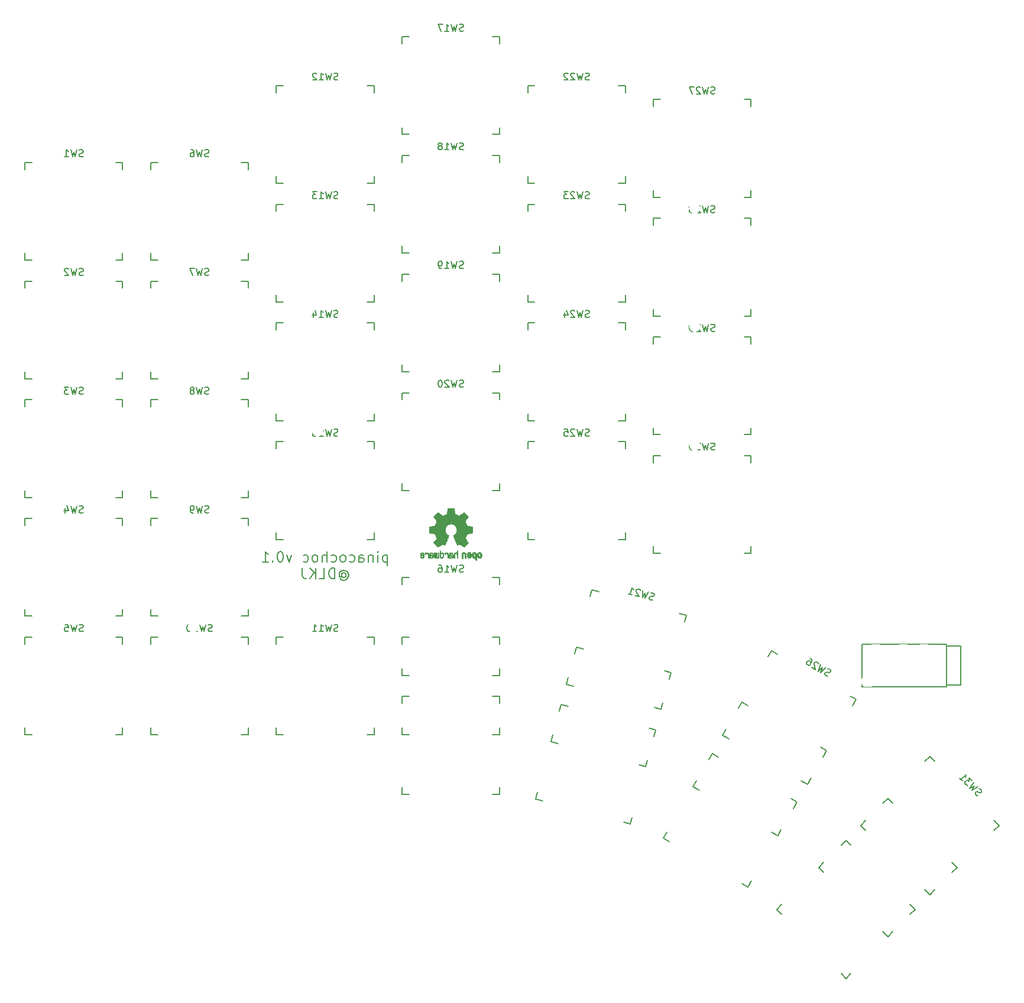
<source format=gbo>
G04 #@! TF.GenerationSoftware,KiCad,Pcbnew,5.99.0+really5.1.10+dfsg1-1*
G04 #@! TF.CreationDate,2021-12-23T16:25:37+00:00*
G04 #@! TF.ProjectId,pinanococ-keyboard,70696e61-6e6f-4636-9f63-2d6b6579626f,rev?*
G04 #@! TF.SameCoordinates,Original*
G04 #@! TF.FileFunction,Legend,Bot*
G04 #@! TF.FilePolarity,Positive*
%FSLAX46Y46*%
G04 Gerber Fmt 4.6, Leading zero omitted, Abs format (unit mm)*
G04 Created by KiCad (PCBNEW 5.99.0+really5.1.10+dfsg1-1) date 2021-12-23 16:25:37*
%MOMM*%
%LPD*%
G01*
G04 APERTURE LIST*
%ADD10C,0.150000*%
%ADD11C,0.010000*%
%ADD12O,1.700000X1.700000*%
%ADD13R,1.700000X1.700000*%
%ADD14R,1.700000X3.500000*%
%ADD15R,3.500000X1.700000*%
%ADD16O,1.500000X1.500000*%
%ADD17O,1.800000X1.800000*%
%ADD18C,2.000000*%
%ADD19R,2.000000X2.000000*%
%ADD20R,3.200000X2.000000*%
%ADD21C,1.701800*%
%ADD22C,0.990600*%
%ADD23C,2.032000*%
%ADD24C,3.429000*%
%ADD25O,2.000000X1.600000*%
%ADD26C,0.800000*%
%ADD27C,0.100000*%
%ADD28O,1.600000X1.600000*%
%ADD29R,1.600000X1.600000*%
G04 APERTURE END LIST*
D10*
X77428571Y-100728571D02*
X77428571Y-102228571D01*
X77428571Y-100800000D02*
X77285714Y-100728571D01*
X77000000Y-100728571D01*
X76857142Y-100800000D01*
X76785714Y-100871428D01*
X76714285Y-101014285D01*
X76714285Y-101442857D01*
X76785714Y-101585714D01*
X76857142Y-101657142D01*
X77000000Y-101728571D01*
X77285714Y-101728571D01*
X77428571Y-101657142D01*
X76071428Y-101728571D02*
X76071428Y-100728571D01*
X76071428Y-100228571D02*
X76142857Y-100300000D01*
X76071428Y-100371428D01*
X76000000Y-100300000D01*
X76071428Y-100228571D01*
X76071428Y-100371428D01*
X75357142Y-100728571D02*
X75357142Y-101728571D01*
X75357142Y-100871428D02*
X75285714Y-100800000D01*
X75142857Y-100728571D01*
X74928571Y-100728571D01*
X74785714Y-100800000D01*
X74714285Y-100942857D01*
X74714285Y-101728571D01*
X73357142Y-101728571D02*
X73357142Y-100942857D01*
X73428571Y-100800000D01*
X73571428Y-100728571D01*
X73857142Y-100728571D01*
X74000000Y-100800000D01*
X73357142Y-101657142D02*
X73500000Y-101728571D01*
X73857142Y-101728571D01*
X74000000Y-101657142D01*
X74071428Y-101514285D01*
X74071428Y-101371428D01*
X74000000Y-101228571D01*
X73857142Y-101157142D01*
X73500000Y-101157142D01*
X73357142Y-101085714D01*
X72000000Y-101657142D02*
X72142857Y-101728571D01*
X72428571Y-101728571D01*
X72571428Y-101657142D01*
X72642857Y-101585714D01*
X72714285Y-101442857D01*
X72714285Y-101014285D01*
X72642857Y-100871428D01*
X72571428Y-100800000D01*
X72428571Y-100728571D01*
X72142857Y-100728571D01*
X72000000Y-100800000D01*
X71142857Y-101728571D02*
X71285714Y-101657142D01*
X71357142Y-101585714D01*
X71428571Y-101442857D01*
X71428571Y-101014285D01*
X71357142Y-100871428D01*
X71285714Y-100800000D01*
X71142857Y-100728571D01*
X70928571Y-100728571D01*
X70785714Y-100800000D01*
X70714285Y-100871428D01*
X70642857Y-101014285D01*
X70642857Y-101442857D01*
X70714285Y-101585714D01*
X70785714Y-101657142D01*
X70928571Y-101728571D01*
X71142857Y-101728571D01*
X69357142Y-101657142D02*
X69500000Y-101728571D01*
X69785714Y-101728571D01*
X69928571Y-101657142D01*
X70000000Y-101585714D01*
X70071428Y-101442857D01*
X70071428Y-101014285D01*
X70000000Y-100871428D01*
X69928571Y-100800000D01*
X69785714Y-100728571D01*
X69500000Y-100728571D01*
X69357142Y-100800000D01*
X68714285Y-101728571D02*
X68714285Y-100228571D01*
X68071428Y-101728571D02*
X68071428Y-100942857D01*
X68142857Y-100800000D01*
X68285714Y-100728571D01*
X68500000Y-100728571D01*
X68642857Y-100800000D01*
X68714285Y-100871428D01*
X67142857Y-101728571D02*
X67285714Y-101657142D01*
X67357142Y-101585714D01*
X67428571Y-101442857D01*
X67428571Y-101014285D01*
X67357142Y-100871428D01*
X67285714Y-100800000D01*
X67142857Y-100728571D01*
X66928571Y-100728571D01*
X66785714Y-100800000D01*
X66714285Y-100871428D01*
X66642857Y-101014285D01*
X66642857Y-101442857D01*
X66714285Y-101585714D01*
X66785714Y-101657142D01*
X66928571Y-101728571D01*
X67142857Y-101728571D01*
X65357142Y-101657142D02*
X65500000Y-101728571D01*
X65785714Y-101728571D01*
X65928571Y-101657142D01*
X66000000Y-101585714D01*
X66071428Y-101442857D01*
X66071428Y-101014285D01*
X66000000Y-100871428D01*
X65928571Y-100800000D01*
X65785714Y-100728571D01*
X65500000Y-100728571D01*
X65357142Y-100800000D01*
X63714285Y-100728571D02*
X63357142Y-101728571D01*
X63000000Y-100728571D01*
X62142857Y-100228571D02*
X62000000Y-100228571D01*
X61857142Y-100300000D01*
X61785714Y-100371428D01*
X61714285Y-100514285D01*
X61642857Y-100800000D01*
X61642857Y-101157142D01*
X61714285Y-101442857D01*
X61785714Y-101585714D01*
X61857142Y-101657142D01*
X62000000Y-101728571D01*
X62142857Y-101728571D01*
X62285714Y-101657142D01*
X62357142Y-101585714D01*
X62428571Y-101442857D01*
X62500000Y-101157142D01*
X62500000Y-100800000D01*
X62428571Y-100514285D01*
X62357142Y-100371428D01*
X62285714Y-100300000D01*
X62142857Y-100228571D01*
X61000000Y-101585714D02*
X60928571Y-101657142D01*
X61000000Y-101728571D01*
X61071428Y-101657142D01*
X61000000Y-101585714D01*
X61000000Y-101728571D01*
X59500000Y-101728571D02*
X60357142Y-101728571D01*
X59928571Y-101728571D02*
X59928571Y-100228571D01*
X60071428Y-100442857D01*
X60214285Y-100585714D01*
X60357142Y-100657142D01*
X70857142Y-103414285D02*
X70928571Y-103342857D01*
X71071428Y-103271428D01*
X71214285Y-103271428D01*
X71357142Y-103342857D01*
X71428571Y-103414285D01*
X71500000Y-103557142D01*
X71500000Y-103700000D01*
X71428571Y-103842857D01*
X71357142Y-103914285D01*
X71214285Y-103985714D01*
X71071428Y-103985714D01*
X70928571Y-103914285D01*
X70857142Y-103842857D01*
X70857142Y-103271428D02*
X70857142Y-103842857D01*
X70785714Y-103914285D01*
X70714285Y-103914285D01*
X70571428Y-103842857D01*
X70500000Y-103700000D01*
X70500000Y-103342857D01*
X70642857Y-103128571D01*
X70857142Y-102985714D01*
X71142857Y-102914285D01*
X71428571Y-102985714D01*
X71642857Y-103128571D01*
X71785714Y-103342857D01*
X71857142Y-103628571D01*
X71785714Y-103914285D01*
X71642857Y-104128571D01*
X71428571Y-104271428D01*
X71142857Y-104342857D01*
X70857142Y-104271428D01*
X70642857Y-104128571D01*
X69857142Y-104128571D02*
X69857142Y-102628571D01*
X69500000Y-102628571D01*
X69285714Y-102700000D01*
X69142857Y-102842857D01*
X69071428Y-102985714D01*
X69000000Y-103271428D01*
X69000000Y-103485714D01*
X69071428Y-103771428D01*
X69142857Y-103914285D01*
X69285714Y-104057142D01*
X69500000Y-104128571D01*
X69857142Y-104128571D01*
X67642857Y-104128571D02*
X68357142Y-104128571D01*
X68357142Y-102628571D01*
X67142857Y-104128571D02*
X67142857Y-102628571D01*
X66285714Y-104128571D02*
X66928571Y-103271428D01*
X66285714Y-102628571D02*
X67142857Y-103485714D01*
X65214285Y-102628571D02*
X65214285Y-103700000D01*
X65285714Y-103914285D01*
X65428571Y-104057142D01*
X65642857Y-104128571D01*
X65785714Y-104128571D01*
D11*
G36*
X86360122Y-94037776D02*
G01*
X86254388Y-94038355D01*
X86177868Y-94039922D01*
X86125628Y-94042972D01*
X86092737Y-94047996D01*
X86074263Y-94055489D01*
X86065273Y-94065944D01*
X86060837Y-94079853D01*
X86060406Y-94081654D01*
X86053667Y-94114145D01*
X86041192Y-94178252D01*
X86024281Y-94267151D01*
X86004229Y-94374019D01*
X85982336Y-94492033D01*
X85981571Y-94496178D01*
X85959641Y-94611831D01*
X85939123Y-94714014D01*
X85921341Y-94796598D01*
X85907619Y-94853456D01*
X85899282Y-94878458D01*
X85898884Y-94878901D01*
X85874323Y-94891110D01*
X85823685Y-94911456D01*
X85757905Y-94935545D01*
X85757539Y-94935674D01*
X85674683Y-94966818D01*
X85577000Y-95006491D01*
X85484923Y-95046381D01*
X85480566Y-95048353D01*
X85330593Y-95116420D01*
X84998502Y-94889639D01*
X84896626Y-94820504D01*
X84804343Y-94758697D01*
X84726997Y-94707733D01*
X84669936Y-94671127D01*
X84638505Y-94652394D01*
X84635521Y-94651004D01*
X84612679Y-94657190D01*
X84570018Y-94687035D01*
X84505872Y-94741947D01*
X84418579Y-94823334D01*
X84329465Y-94909922D01*
X84243559Y-94995247D01*
X84166673Y-95073108D01*
X84103436Y-95138697D01*
X84058477Y-95187205D01*
X84036424Y-95213825D01*
X84035604Y-95215195D01*
X84033166Y-95233463D01*
X84042350Y-95263295D01*
X84065426Y-95308721D01*
X84104663Y-95373770D01*
X84162330Y-95462470D01*
X84239205Y-95576657D01*
X84307430Y-95677162D01*
X84368418Y-95767303D01*
X84418644Y-95841849D01*
X84454584Y-95895565D01*
X84472713Y-95923218D01*
X84473854Y-95925095D01*
X84471641Y-95951590D01*
X84454862Y-96003086D01*
X84426858Y-96069851D01*
X84416878Y-96091172D01*
X84373328Y-96186159D01*
X84326866Y-96293937D01*
X84289123Y-96387192D01*
X84261927Y-96456406D01*
X84240325Y-96509006D01*
X84227842Y-96536497D01*
X84226291Y-96538616D01*
X84203332Y-96542124D01*
X84149214Y-96551738D01*
X84071132Y-96566089D01*
X83976281Y-96583807D01*
X83871857Y-96603525D01*
X83765056Y-96623874D01*
X83663074Y-96643486D01*
X83573106Y-96660991D01*
X83502347Y-96675022D01*
X83457994Y-96684209D01*
X83447115Y-96686807D01*
X83435878Y-96693218D01*
X83427395Y-96707697D01*
X83421286Y-96735133D01*
X83417168Y-96780411D01*
X83414659Y-96848420D01*
X83413379Y-96944047D01*
X83412946Y-97072180D01*
X83412923Y-97124701D01*
X83412923Y-97551845D01*
X83515500Y-97572091D01*
X83572569Y-97583070D01*
X83657731Y-97599095D01*
X83760628Y-97618233D01*
X83870904Y-97638551D01*
X83901385Y-97644132D01*
X84003145Y-97663917D01*
X84091795Y-97683373D01*
X84159892Y-97700697D01*
X84199996Y-97714088D01*
X84206677Y-97718079D01*
X84223081Y-97746342D01*
X84246601Y-97801109D01*
X84272684Y-97871588D01*
X84277858Y-97886769D01*
X84312044Y-97980896D01*
X84354477Y-98087101D01*
X84396003Y-98182473D01*
X84396208Y-98182916D01*
X84465360Y-98332525D01*
X84010488Y-99001617D01*
X84302500Y-99294116D01*
X84390820Y-99381170D01*
X84471375Y-99457909D01*
X84539640Y-99520237D01*
X84591092Y-99564056D01*
X84621206Y-99585270D01*
X84625526Y-99586616D01*
X84650889Y-99576016D01*
X84702642Y-99546547D01*
X84775132Y-99501705D01*
X84862706Y-99444984D01*
X84957388Y-99381462D01*
X85053484Y-99316668D01*
X85139163Y-99260287D01*
X85208984Y-99215788D01*
X85257506Y-99186639D01*
X85279218Y-99176308D01*
X85305707Y-99185050D01*
X85355938Y-99208087D01*
X85419549Y-99240631D01*
X85426292Y-99244249D01*
X85511954Y-99287210D01*
X85570694Y-99308279D01*
X85607228Y-99308503D01*
X85626269Y-99288928D01*
X85626380Y-99288654D01*
X85635898Y-99265472D01*
X85658597Y-99210441D01*
X85692718Y-99127822D01*
X85736500Y-99021872D01*
X85788184Y-98896852D01*
X85846008Y-98757020D01*
X85902009Y-98621637D01*
X85963553Y-98472234D01*
X86020061Y-98333832D01*
X86069839Y-98210673D01*
X86111194Y-98107002D01*
X86142432Y-98027059D01*
X86161859Y-97975088D01*
X86167846Y-97955692D01*
X86152832Y-97933443D01*
X86113561Y-97897982D01*
X86061193Y-97858887D01*
X85912059Y-97735245D01*
X85795489Y-97593522D01*
X85712882Y-97436704D01*
X85665634Y-97267775D01*
X85655143Y-97089722D01*
X85662769Y-97007539D01*
X85704318Y-96837031D01*
X85775877Y-96686459D01*
X85873005Y-96557309D01*
X85991266Y-96451064D01*
X86126220Y-96369210D01*
X86273429Y-96313232D01*
X86428456Y-96284615D01*
X86586861Y-96284844D01*
X86744206Y-96315405D01*
X86896054Y-96377782D01*
X87037965Y-96473460D01*
X87097197Y-96527572D01*
X87210797Y-96666520D01*
X87289894Y-96818361D01*
X87335014Y-96978667D01*
X87346684Y-97143012D01*
X87325431Y-97306971D01*
X87271780Y-97466118D01*
X87186260Y-97616025D01*
X87069395Y-97752267D01*
X86938807Y-97858887D01*
X86884412Y-97899642D01*
X86845986Y-97934718D01*
X86832154Y-97955726D01*
X86839397Y-97978635D01*
X86859995Y-98033365D01*
X86892254Y-98115672D01*
X86934479Y-98221315D01*
X86984977Y-98346050D01*
X87042052Y-98485636D01*
X87098146Y-98621670D01*
X87160033Y-98771201D01*
X87217356Y-98909767D01*
X87268356Y-99033107D01*
X87311273Y-99136964D01*
X87344347Y-99217080D01*
X87365819Y-99269195D01*
X87373775Y-99288654D01*
X87392571Y-99308423D01*
X87428926Y-99308365D01*
X87487521Y-99287441D01*
X87573032Y-99244613D01*
X87573708Y-99244249D01*
X87638093Y-99211012D01*
X87690139Y-99186802D01*
X87719488Y-99176404D01*
X87720783Y-99176308D01*
X87742876Y-99186855D01*
X87791652Y-99216184D01*
X87861669Y-99260827D01*
X87947486Y-99317314D01*
X88042612Y-99381462D01*
X88139460Y-99446411D01*
X88226747Y-99502896D01*
X88298819Y-99547421D01*
X88350023Y-99576490D01*
X88374474Y-99586616D01*
X88396990Y-99573307D01*
X88442258Y-99536112D01*
X88505756Y-99479128D01*
X88582961Y-99406449D01*
X88669349Y-99322171D01*
X88697601Y-99294016D01*
X88989713Y-99001416D01*
X88767369Y-98675104D01*
X88699798Y-98574897D01*
X88640493Y-98484963D01*
X88592783Y-98410510D01*
X88559993Y-98356751D01*
X88545452Y-98328894D01*
X88545026Y-98326912D01*
X88552692Y-98300655D01*
X88573311Y-98247837D01*
X88603315Y-98177310D01*
X88624375Y-98130093D01*
X88663752Y-98039694D01*
X88700835Y-97948366D01*
X88729585Y-97871200D01*
X88737395Y-97847692D01*
X88759583Y-97784916D01*
X88781273Y-97736411D01*
X88793187Y-97718079D01*
X88819477Y-97706859D01*
X88876858Y-97690954D01*
X88957882Y-97672167D01*
X89055105Y-97652299D01*
X89098615Y-97644132D01*
X89209104Y-97623829D01*
X89315084Y-97604170D01*
X89406199Y-97587088D01*
X89472092Y-97574518D01*
X89484500Y-97572091D01*
X89587077Y-97551845D01*
X89587077Y-97124701D01*
X89586847Y-96984246D01*
X89585901Y-96877979D01*
X89583859Y-96801013D01*
X89580338Y-96748460D01*
X89574957Y-96715433D01*
X89567334Y-96697045D01*
X89557088Y-96688408D01*
X89552885Y-96686807D01*
X89527530Y-96681127D01*
X89471516Y-96669795D01*
X89392036Y-96654179D01*
X89296288Y-96635647D01*
X89191467Y-96615569D01*
X89084768Y-96595312D01*
X88983387Y-96576246D01*
X88894521Y-96559739D01*
X88825363Y-96547159D01*
X88783111Y-96539875D01*
X88773710Y-96538616D01*
X88765193Y-96521763D01*
X88746340Y-96476870D01*
X88720676Y-96412430D01*
X88710877Y-96387192D01*
X88671352Y-96289686D01*
X88624808Y-96181959D01*
X88583123Y-96091172D01*
X88552450Y-96021753D01*
X88532044Y-95964710D01*
X88525232Y-95929777D01*
X88526318Y-95925095D01*
X88540715Y-95902991D01*
X88573588Y-95853831D01*
X88621410Y-95782848D01*
X88680652Y-95695278D01*
X88747785Y-95596357D01*
X88761059Y-95576830D01*
X88838954Y-95461140D01*
X88896213Y-95373044D01*
X88935119Y-95308486D01*
X88957956Y-95263411D01*
X88967006Y-95233763D01*
X88964552Y-95215485D01*
X88964489Y-95215369D01*
X88945173Y-95191361D01*
X88902449Y-95144947D01*
X88840949Y-95080937D01*
X88765302Y-95004145D01*
X88680139Y-94919382D01*
X88670535Y-94909922D01*
X88563210Y-94805989D01*
X88480385Y-94729675D01*
X88420395Y-94679571D01*
X88381577Y-94654270D01*
X88364480Y-94651004D01*
X88339527Y-94665250D01*
X88287745Y-94698156D01*
X88214480Y-94746208D01*
X88125080Y-94805890D01*
X88024889Y-94873688D01*
X88001499Y-94889639D01*
X87669407Y-95116420D01*
X87519435Y-95048353D01*
X87428230Y-95008685D01*
X87330331Y-94968791D01*
X87246169Y-94936983D01*
X87242462Y-94935674D01*
X87176631Y-94911576D01*
X87125884Y-94891200D01*
X87101158Y-94878936D01*
X87101116Y-94878901D01*
X87093271Y-94856734D01*
X87079934Y-94802217D01*
X87062430Y-94721480D01*
X87042083Y-94620650D01*
X87020218Y-94505856D01*
X87018429Y-94496178D01*
X86996496Y-94377904D01*
X86976360Y-94270542D01*
X86959320Y-94180917D01*
X86946672Y-94115851D01*
X86939716Y-94082168D01*
X86939594Y-94081654D01*
X86935361Y-94067325D01*
X86927129Y-94056507D01*
X86909967Y-94048706D01*
X86878942Y-94043429D01*
X86829122Y-94040182D01*
X86755576Y-94038472D01*
X86653371Y-94037807D01*
X86517575Y-94037693D01*
X86500000Y-94037692D01*
X86360122Y-94037776D01*
G37*
X86360122Y-94037776D02*
X86254388Y-94038355D01*
X86177868Y-94039922D01*
X86125628Y-94042972D01*
X86092737Y-94047996D01*
X86074263Y-94055489D01*
X86065273Y-94065944D01*
X86060837Y-94079853D01*
X86060406Y-94081654D01*
X86053667Y-94114145D01*
X86041192Y-94178252D01*
X86024281Y-94267151D01*
X86004229Y-94374019D01*
X85982336Y-94492033D01*
X85981571Y-94496178D01*
X85959641Y-94611831D01*
X85939123Y-94714014D01*
X85921341Y-94796598D01*
X85907619Y-94853456D01*
X85899282Y-94878458D01*
X85898884Y-94878901D01*
X85874323Y-94891110D01*
X85823685Y-94911456D01*
X85757905Y-94935545D01*
X85757539Y-94935674D01*
X85674683Y-94966818D01*
X85577000Y-95006491D01*
X85484923Y-95046381D01*
X85480566Y-95048353D01*
X85330593Y-95116420D01*
X84998502Y-94889639D01*
X84896626Y-94820504D01*
X84804343Y-94758697D01*
X84726997Y-94707733D01*
X84669936Y-94671127D01*
X84638505Y-94652394D01*
X84635521Y-94651004D01*
X84612679Y-94657190D01*
X84570018Y-94687035D01*
X84505872Y-94741947D01*
X84418579Y-94823334D01*
X84329465Y-94909922D01*
X84243559Y-94995247D01*
X84166673Y-95073108D01*
X84103436Y-95138697D01*
X84058477Y-95187205D01*
X84036424Y-95213825D01*
X84035604Y-95215195D01*
X84033166Y-95233463D01*
X84042350Y-95263295D01*
X84065426Y-95308721D01*
X84104663Y-95373770D01*
X84162330Y-95462470D01*
X84239205Y-95576657D01*
X84307430Y-95677162D01*
X84368418Y-95767303D01*
X84418644Y-95841849D01*
X84454584Y-95895565D01*
X84472713Y-95923218D01*
X84473854Y-95925095D01*
X84471641Y-95951590D01*
X84454862Y-96003086D01*
X84426858Y-96069851D01*
X84416878Y-96091172D01*
X84373328Y-96186159D01*
X84326866Y-96293937D01*
X84289123Y-96387192D01*
X84261927Y-96456406D01*
X84240325Y-96509006D01*
X84227842Y-96536497D01*
X84226291Y-96538616D01*
X84203332Y-96542124D01*
X84149214Y-96551738D01*
X84071132Y-96566089D01*
X83976281Y-96583807D01*
X83871857Y-96603525D01*
X83765056Y-96623874D01*
X83663074Y-96643486D01*
X83573106Y-96660991D01*
X83502347Y-96675022D01*
X83457994Y-96684209D01*
X83447115Y-96686807D01*
X83435878Y-96693218D01*
X83427395Y-96707697D01*
X83421286Y-96735133D01*
X83417168Y-96780411D01*
X83414659Y-96848420D01*
X83413379Y-96944047D01*
X83412946Y-97072180D01*
X83412923Y-97124701D01*
X83412923Y-97551845D01*
X83515500Y-97572091D01*
X83572569Y-97583070D01*
X83657731Y-97599095D01*
X83760628Y-97618233D01*
X83870904Y-97638551D01*
X83901385Y-97644132D01*
X84003145Y-97663917D01*
X84091795Y-97683373D01*
X84159892Y-97700697D01*
X84199996Y-97714088D01*
X84206677Y-97718079D01*
X84223081Y-97746342D01*
X84246601Y-97801109D01*
X84272684Y-97871588D01*
X84277858Y-97886769D01*
X84312044Y-97980896D01*
X84354477Y-98087101D01*
X84396003Y-98182473D01*
X84396208Y-98182916D01*
X84465360Y-98332525D01*
X84010488Y-99001617D01*
X84302500Y-99294116D01*
X84390820Y-99381170D01*
X84471375Y-99457909D01*
X84539640Y-99520237D01*
X84591092Y-99564056D01*
X84621206Y-99585270D01*
X84625526Y-99586616D01*
X84650889Y-99576016D01*
X84702642Y-99546547D01*
X84775132Y-99501705D01*
X84862706Y-99444984D01*
X84957388Y-99381462D01*
X85053484Y-99316668D01*
X85139163Y-99260287D01*
X85208984Y-99215788D01*
X85257506Y-99186639D01*
X85279218Y-99176308D01*
X85305707Y-99185050D01*
X85355938Y-99208087D01*
X85419549Y-99240631D01*
X85426292Y-99244249D01*
X85511954Y-99287210D01*
X85570694Y-99308279D01*
X85607228Y-99308503D01*
X85626269Y-99288928D01*
X85626380Y-99288654D01*
X85635898Y-99265472D01*
X85658597Y-99210441D01*
X85692718Y-99127822D01*
X85736500Y-99021872D01*
X85788184Y-98896852D01*
X85846008Y-98757020D01*
X85902009Y-98621637D01*
X85963553Y-98472234D01*
X86020061Y-98333832D01*
X86069839Y-98210673D01*
X86111194Y-98107002D01*
X86142432Y-98027059D01*
X86161859Y-97975088D01*
X86167846Y-97955692D01*
X86152832Y-97933443D01*
X86113561Y-97897982D01*
X86061193Y-97858887D01*
X85912059Y-97735245D01*
X85795489Y-97593522D01*
X85712882Y-97436704D01*
X85665634Y-97267775D01*
X85655143Y-97089722D01*
X85662769Y-97007539D01*
X85704318Y-96837031D01*
X85775877Y-96686459D01*
X85873005Y-96557309D01*
X85991266Y-96451064D01*
X86126220Y-96369210D01*
X86273429Y-96313232D01*
X86428456Y-96284615D01*
X86586861Y-96284844D01*
X86744206Y-96315405D01*
X86896054Y-96377782D01*
X87037965Y-96473460D01*
X87097197Y-96527572D01*
X87210797Y-96666520D01*
X87289894Y-96818361D01*
X87335014Y-96978667D01*
X87346684Y-97143012D01*
X87325431Y-97306971D01*
X87271780Y-97466118D01*
X87186260Y-97616025D01*
X87069395Y-97752267D01*
X86938807Y-97858887D01*
X86884412Y-97899642D01*
X86845986Y-97934718D01*
X86832154Y-97955726D01*
X86839397Y-97978635D01*
X86859995Y-98033365D01*
X86892254Y-98115672D01*
X86934479Y-98221315D01*
X86984977Y-98346050D01*
X87042052Y-98485636D01*
X87098146Y-98621670D01*
X87160033Y-98771201D01*
X87217356Y-98909767D01*
X87268356Y-99033107D01*
X87311273Y-99136964D01*
X87344347Y-99217080D01*
X87365819Y-99269195D01*
X87373775Y-99288654D01*
X87392571Y-99308423D01*
X87428926Y-99308365D01*
X87487521Y-99287441D01*
X87573032Y-99244613D01*
X87573708Y-99244249D01*
X87638093Y-99211012D01*
X87690139Y-99186802D01*
X87719488Y-99176404D01*
X87720783Y-99176308D01*
X87742876Y-99186855D01*
X87791652Y-99216184D01*
X87861669Y-99260827D01*
X87947486Y-99317314D01*
X88042612Y-99381462D01*
X88139460Y-99446411D01*
X88226747Y-99502896D01*
X88298819Y-99547421D01*
X88350023Y-99576490D01*
X88374474Y-99586616D01*
X88396990Y-99573307D01*
X88442258Y-99536112D01*
X88505756Y-99479128D01*
X88582961Y-99406449D01*
X88669349Y-99322171D01*
X88697601Y-99294016D01*
X88989713Y-99001416D01*
X88767369Y-98675104D01*
X88699798Y-98574897D01*
X88640493Y-98484963D01*
X88592783Y-98410510D01*
X88559993Y-98356751D01*
X88545452Y-98328894D01*
X88545026Y-98326912D01*
X88552692Y-98300655D01*
X88573311Y-98247837D01*
X88603315Y-98177310D01*
X88624375Y-98130093D01*
X88663752Y-98039694D01*
X88700835Y-97948366D01*
X88729585Y-97871200D01*
X88737395Y-97847692D01*
X88759583Y-97784916D01*
X88781273Y-97736411D01*
X88793187Y-97718079D01*
X88819477Y-97706859D01*
X88876858Y-97690954D01*
X88957882Y-97672167D01*
X89055105Y-97652299D01*
X89098615Y-97644132D01*
X89209104Y-97623829D01*
X89315084Y-97604170D01*
X89406199Y-97587088D01*
X89472092Y-97574518D01*
X89484500Y-97572091D01*
X89587077Y-97551845D01*
X89587077Y-97124701D01*
X89586847Y-96984246D01*
X89585901Y-96877979D01*
X89583859Y-96801013D01*
X89580338Y-96748460D01*
X89574957Y-96715433D01*
X89567334Y-96697045D01*
X89557088Y-96688408D01*
X89552885Y-96686807D01*
X89527530Y-96681127D01*
X89471516Y-96669795D01*
X89392036Y-96654179D01*
X89296288Y-96635647D01*
X89191467Y-96615569D01*
X89084768Y-96595312D01*
X88983387Y-96576246D01*
X88894521Y-96559739D01*
X88825363Y-96547159D01*
X88783111Y-96539875D01*
X88773710Y-96538616D01*
X88765193Y-96521763D01*
X88746340Y-96476870D01*
X88720676Y-96412430D01*
X88710877Y-96387192D01*
X88671352Y-96289686D01*
X88624808Y-96181959D01*
X88583123Y-96091172D01*
X88552450Y-96021753D01*
X88532044Y-95964710D01*
X88525232Y-95929777D01*
X88526318Y-95925095D01*
X88540715Y-95902991D01*
X88573588Y-95853831D01*
X88621410Y-95782848D01*
X88680652Y-95695278D01*
X88747785Y-95596357D01*
X88761059Y-95576830D01*
X88838954Y-95461140D01*
X88896213Y-95373044D01*
X88935119Y-95308486D01*
X88957956Y-95263411D01*
X88967006Y-95233763D01*
X88964552Y-95215485D01*
X88964489Y-95215369D01*
X88945173Y-95191361D01*
X88902449Y-95144947D01*
X88840949Y-95080937D01*
X88765302Y-95004145D01*
X88680139Y-94919382D01*
X88670535Y-94909922D01*
X88563210Y-94805989D01*
X88480385Y-94729675D01*
X88420395Y-94679571D01*
X88381577Y-94654270D01*
X88364480Y-94651004D01*
X88339527Y-94665250D01*
X88287745Y-94698156D01*
X88214480Y-94746208D01*
X88125080Y-94805890D01*
X88024889Y-94873688D01*
X88001499Y-94889639D01*
X87669407Y-95116420D01*
X87519435Y-95048353D01*
X87428230Y-95008685D01*
X87330331Y-94968791D01*
X87246169Y-94936983D01*
X87242462Y-94935674D01*
X87176631Y-94911576D01*
X87125884Y-94891200D01*
X87101158Y-94878936D01*
X87101116Y-94878901D01*
X87093271Y-94856734D01*
X87079934Y-94802217D01*
X87062430Y-94721480D01*
X87042083Y-94620650D01*
X87020218Y-94505856D01*
X87018429Y-94496178D01*
X86996496Y-94377904D01*
X86976360Y-94270542D01*
X86959320Y-94180917D01*
X86946672Y-94115851D01*
X86939716Y-94082168D01*
X86939594Y-94081654D01*
X86935361Y-94067325D01*
X86927129Y-94056507D01*
X86909967Y-94048706D01*
X86878942Y-94043429D01*
X86829122Y-94040182D01*
X86755576Y-94038472D01*
X86653371Y-94037807D01*
X86517575Y-94037693D01*
X86500000Y-94037692D01*
X86360122Y-94037776D01*
G36*
X82254776Y-100397838D02*
G01*
X82177472Y-100448361D01*
X82140186Y-100493590D01*
X82110647Y-100575663D01*
X82108301Y-100640607D01*
X82113615Y-100727445D01*
X82313885Y-100815103D01*
X82411261Y-100859887D01*
X82474887Y-100895913D01*
X82507971Y-100927117D01*
X82513720Y-100957436D01*
X82495342Y-100990805D01*
X82475077Y-101012923D01*
X82416111Y-101048393D01*
X82351976Y-101050879D01*
X82293074Y-101023235D01*
X82249803Y-100968320D01*
X82242064Y-100948928D01*
X82204994Y-100888364D01*
X82162346Y-100862552D01*
X82103846Y-100840471D01*
X82103846Y-100924184D01*
X82109018Y-100981150D01*
X82129277Y-101029189D01*
X82171738Y-101084346D01*
X82178049Y-101091514D01*
X82225280Y-101140585D01*
X82265879Y-101166920D01*
X82316672Y-101179035D01*
X82358780Y-101183003D01*
X82434098Y-101183991D01*
X82487714Y-101171466D01*
X82521162Y-101152869D01*
X82573732Y-101111975D01*
X82610121Y-101067748D01*
X82633150Y-101012126D01*
X82645641Y-100937047D01*
X82650413Y-100834449D01*
X82650794Y-100782376D01*
X82649499Y-100719948D01*
X82531529Y-100719948D01*
X82530161Y-100753438D01*
X82526751Y-100758923D01*
X82504247Y-100751472D01*
X82455818Y-100731753D01*
X82391092Y-100703718D01*
X82377557Y-100697692D01*
X82295756Y-100656096D01*
X82250688Y-100619538D01*
X82240783Y-100585296D01*
X82264474Y-100550648D01*
X82284040Y-100535339D01*
X82354640Y-100504721D01*
X82420720Y-100509780D01*
X82476041Y-100547151D01*
X82514364Y-100613473D01*
X82526651Y-100666116D01*
X82531529Y-100719948D01*
X82649499Y-100719948D01*
X82648270Y-100660720D01*
X82638968Y-100570710D01*
X82620540Y-100505167D01*
X82590640Y-100456912D01*
X82546920Y-100418767D01*
X82527859Y-100406440D01*
X82441274Y-100374336D01*
X82346478Y-100372316D01*
X82254776Y-100397838D01*
G37*
X82254776Y-100397838D02*
X82177472Y-100448361D01*
X82140186Y-100493590D01*
X82110647Y-100575663D01*
X82108301Y-100640607D01*
X82113615Y-100727445D01*
X82313885Y-100815103D01*
X82411261Y-100859887D01*
X82474887Y-100895913D01*
X82507971Y-100927117D01*
X82513720Y-100957436D01*
X82495342Y-100990805D01*
X82475077Y-101012923D01*
X82416111Y-101048393D01*
X82351976Y-101050879D01*
X82293074Y-101023235D01*
X82249803Y-100968320D01*
X82242064Y-100948928D01*
X82204994Y-100888364D01*
X82162346Y-100862552D01*
X82103846Y-100840471D01*
X82103846Y-100924184D01*
X82109018Y-100981150D01*
X82129277Y-101029189D01*
X82171738Y-101084346D01*
X82178049Y-101091514D01*
X82225280Y-101140585D01*
X82265879Y-101166920D01*
X82316672Y-101179035D01*
X82358780Y-101183003D01*
X82434098Y-101183991D01*
X82487714Y-101171466D01*
X82521162Y-101152869D01*
X82573732Y-101111975D01*
X82610121Y-101067748D01*
X82633150Y-101012126D01*
X82645641Y-100937047D01*
X82650413Y-100834449D01*
X82650794Y-100782376D01*
X82649499Y-100719948D01*
X82531529Y-100719948D01*
X82530161Y-100753438D01*
X82526751Y-100758923D01*
X82504247Y-100751472D01*
X82455818Y-100731753D01*
X82391092Y-100703718D01*
X82377557Y-100697692D01*
X82295756Y-100656096D01*
X82250688Y-100619538D01*
X82240783Y-100585296D01*
X82264474Y-100550648D01*
X82284040Y-100535339D01*
X82354640Y-100504721D01*
X82420720Y-100509780D01*
X82476041Y-100547151D01*
X82514364Y-100613473D01*
X82526651Y-100666116D01*
X82531529Y-100719948D01*
X82649499Y-100719948D01*
X82648270Y-100660720D01*
X82638968Y-100570710D01*
X82620540Y-100505167D01*
X82590640Y-100456912D01*
X82546920Y-100418767D01*
X82527859Y-100406440D01*
X82441274Y-100374336D01*
X82346478Y-100372316D01*
X82254776Y-100397838D01*
G36*
X82929193Y-100386782D02*
G01*
X82905839Y-100396988D01*
X82850098Y-100441134D01*
X82802431Y-100504967D01*
X82772952Y-100573087D01*
X82768154Y-100606670D01*
X82784240Y-100653556D01*
X82819525Y-100678365D01*
X82857356Y-100693387D01*
X82874679Y-100696155D01*
X82883114Y-100676066D01*
X82899770Y-100632351D01*
X82907077Y-100612598D01*
X82948052Y-100544271D01*
X83007378Y-100510191D01*
X83083448Y-100511239D01*
X83089082Y-100512581D01*
X83129695Y-100531836D01*
X83159552Y-100569375D01*
X83179945Y-100629809D01*
X83192164Y-100717751D01*
X83197500Y-100837813D01*
X83198000Y-100901698D01*
X83198248Y-101002403D01*
X83199874Y-101071054D01*
X83204199Y-101114673D01*
X83212546Y-101140282D01*
X83226235Y-101154903D01*
X83246589Y-101165558D01*
X83247766Y-101166095D01*
X83286962Y-101182667D01*
X83306381Y-101188769D01*
X83309365Y-101170319D01*
X83311919Y-101119323D01*
X83313860Y-101042308D01*
X83315003Y-100945805D01*
X83315231Y-100875184D01*
X83314068Y-100738525D01*
X83309521Y-100634851D01*
X83300001Y-100558108D01*
X83283919Y-100502246D01*
X83259687Y-100461212D01*
X83225714Y-100428954D01*
X83192167Y-100406440D01*
X83111501Y-100376476D01*
X83017619Y-100369718D01*
X82929193Y-100386782D01*
G37*
X82929193Y-100386782D02*
X82905839Y-100396988D01*
X82850098Y-100441134D01*
X82802431Y-100504967D01*
X82772952Y-100573087D01*
X82768154Y-100606670D01*
X82784240Y-100653556D01*
X82819525Y-100678365D01*
X82857356Y-100693387D01*
X82874679Y-100696155D01*
X82883114Y-100676066D01*
X82899770Y-100632351D01*
X82907077Y-100612598D01*
X82948052Y-100544271D01*
X83007378Y-100510191D01*
X83083448Y-100511239D01*
X83089082Y-100512581D01*
X83129695Y-100531836D01*
X83159552Y-100569375D01*
X83179945Y-100629809D01*
X83192164Y-100717751D01*
X83197500Y-100837813D01*
X83198000Y-100901698D01*
X83198248Y-101002403D01*
X83199874Y-101071054D01*
X83204199Y-101114673D01*
X83212546Y-101140282D01*
X83226235Y-101154903D01*
X83246589Y-101165558D01*
X83247766Y-101166095D01*
X83286962Y-101182667D01*
X83306381Y-101188769D01*
X83309365Y-101170319D01*
X83311919Y-101119323D01*
X83313860Y-101042308D01*
X83315003Y-100945805D01*
X83315231Y-100875184D01*
X83314068Y-100738525D01*
X83309521Y-100634851D01*
X83300001Y-100558108D01*
X83283919Y-100502246D01*
X83259687Y-100461212D01*
X83225714Y-100428954D01*
X83192167Y-100406440D01*
X83111501Y-100376476D01*
X83017619Y-100369718D01*
X82929193Y-100386782D01*
G36*
X83612667Y-100383528D02*
G01*
X83556410Y-100409117D01*
X83512253Y-100440124D01*
X83479899Y-100474795D01*
X83457562Y-100519520D01*
X83443454Y-100580692D01*
X83435789Y-100664701D01*
X83432780Y-100777940D01*
X83432462Y-100852509D01*
X83432462Y-101143420D01*
X83482227Y-101166095D01*
X83521424Y-101182667D01*
X83540843Y-101188769D01*
X83544558Y-101170610D01*
X83547505Y-101121648D01*
X83549309Y-101050153D01*
X83549692Y-100993385D01*
X83551339Y-100911371D01*
X83555778Y-100846309D01*
X83562260Y-100806467D01*
X83567410Y-100798000D01*
X83602023Y-100806646D01*
X83656360Y-100828823D01*
X83719278Y-100858886D01*
X83779632Y-100891192D01*
X83826279Y-100920098D01*
X83848074Y-100939961D01*
X83848161Y-100940175D01*
X83846286Y-100976935D01*
X83829475Y-101012026D01*
X83799961Y-101040528D01*
X83756884Y-101050061D01*
X83720068Y-101048950D01*
X83667926Y-101048133D01*
X83640556Y-101060349D01*
X83624118Y-101092624D01*
X83622045Y-101098710D01*
X83614919Y-101144739D01*
X83633976Y-101172687D01*
X83683647Y-101186007D01*
X83737303Y-101188470D01*
X83833858Y-101170210D01*
X83883841Y-101144131D01*
X83945571Y-101082868D01*
X83978310Y-101007670D01*
X83981247Y-100928211D01*
X83953576Y-100854167D01*
X83911953Y-100807769D01*
X83870396Y-100781793D01*
X83805078Y-100748907D01*
X83728962Y-100715557D01*
X83716274Y-100710461D01*
X83632667Y-100673565D01*
X83584470Y-100641046D01*
X83568970Y-100608718D01*
X83583450Y-100572394D01*
X83608308Y-100544000D01*
X83667061Y-100509039D01*
X83731707Y-100506417D01*
X83790992Y-100533358D01*
X83833661Y-100587088D01*
X83839261Y-100600950D01*
X83871867Y-100651936D01*
X83919470Y-100689787D01*
X83979539Y-100720850D01*
X83979539Y-100632768D01*
X83976003Y-100578951D01*
X83960844Y-100536534D01*
X83927232Y-100491279D01*
X83894965Y-100456420D01*
X83844791Y-100407062D01*
X83805807Y-100380547D01*
X83763936Y-100369911D01*
X83716540Y-100368154D01*
X83612667Y-100383528D01*
G37*
X83612667Y-100383528D02*
X83556410Y-100409117D01*
X83512253Y-100440124D01*
X83479899Y-100474795D01*
X83457562Y-100519520D01*
X83443454Y-100580692D01*
X83435789Y-100664701D01*
X83432780Y-100777940D01*
X83432462Y-100852509D01*
X83432462Y-101143420D01*
X83482227Y-101166095D01*
X83521424Y-101182667D01*
X83540843Y-101188769D01*
X83544558Y-101170610D01*
X83547505Y-101121648D01*
X83549309Y-101050153D01*
X83549692Y-100993385D01*
X83551339Y-100911371D01*
X83555778Y-100846309D01*
X83562260Y-100806467D01*
X83567410Y-100798000D01*
X83602023Y-100806646D01*
X83656360Y-100828823D01*
X83719278Y-100858886D01*
X83779632Y-100891192D01*
X83826279Y-100920098D01*
X83848074Y-100939961D01*
X83848161Y-100940175D01*
X83846286Y-100976935D01*
X83829475Y-101012026D01*
X83799961Y-101040528D01*
X83756884Y-101050061D01*
X83720068Y-101048950D01*
X83667926Y-101048133D01*
X83640556Y-101060349D01*
X83624118Y-101092624D01*
X83622045Y-101098710D01*
X83614919Y-101144739D01*
X83633976Y-101172687D01*
X83683647Y-101186007D01*
X83737303Y-101188470D01*
X83833858Y-101170210D01*
X83883841Y-101144131D01*
X83945571Y-101082868D01*
X83978310Y-101007670D01*
X83981247Y-100928211D01*
X83953576Y-100854167D01*
X83911953Y-100807769D01*
X83870396Y-100781793D01*
X83805078Y-100748907D01*
X83728962Y-100715557D01*
X83716274Y-100710461D01*
X83632667Y-100673565D01*
X83584470Y-100641046D01*
X83568970Y-100608718D01*
X83583450Y-100572394D01*
X83608308Y-100544000D01*
X83667061Y-100509039D01*
X83731707Y-100506417D01*
X83790992Y-100533358D01*
X83833661Y-100587088D01*
X83839261Y-100600950D01*
X83871867Y-100651936D01*
X83919470Y-100689787D01*
X83979539Y-100720850D01*
X83979539Y-100632768D01*
X83976003Y-100578951D01*
X83960844Y-100536534D01*
X83927232Y-100491279D01*
X83894965Y-100456420D01*
X83844791Y-100407062D01*
X83805807Y-100380547D01*
X83763936Y-100369911D01*
X83716540Y-100368154D01*
X83612667Y-100383528D01*
G36*
X84104071Y-100386662D02*
G01*
X84101089Y-100438068D01*
X84098753Y-100516192D01*
X84097251Y-100614857D01*
X84096769Y-100718343D01*
X84096769Y-101068533D01*
X84158599Y-101130363D01*
X84201207Y-101168462D01*
X84238610Y-101183895D01*
X84289730Y-101182918D01*
X84310022Y-101180433D01*
X84373446Y-101173200D01*
X84425905Y-101169055D01*
X84438692Y-101168672D01*
X84481801Y-101171176D01*
X84543456Y-101177462D01*
X84567362Y-101180433D01*
X84626078Y-101185028D01*
X84665536Y-101175046D01*
X84704662Y-101144228D01*
X84718785Y-101130363D01*
X84780615Y-101068533D01*
X84780615Y-100413503D01*
X84730850Y-100390829D01*
X84687998Y-100374034D01*
X84662927Y-100368154D01*
X84656499Y-100386736D01*
X84650491Y-100438655D01*
X84645303Y-100518172D01*
X84641336Y-100619546D01*
X84639423Y-100705192D01*
X84634077Y-101042231D01*
X84587440Y-101048825D01*
X84545024Y-101044214D01*
X84524240Y-101029287D01*
X84518430Y-101001377D01*
X84513470Y-100941925D01*
X84509754Y-100858466D01*
X84507676Y-100758532D01*
X84507376Y-100707104D01*
X84507077Y-100411054D01*
X84445546Y-100389604D01*
X84401996Y-100375020D01*
X84378306Y-100368219D01*
X84377623Y-100368154D01*
X84375246Y-100386642D01*
X84372634Y-100437906D01*
X84370005Y-100515649D01*
X84367579Y-100613574D01*
X84365885Y-100705192D01*
X84360539Y-101042231D01*
X84243308Y-101042231D01*
X84237928Y-100734746D01*
X84232549Y-100427261D01*
X84175399Y-100397707D01*
X84133203Y-100377413D01*
X84108230Y-100368204D01*
X84107509Y-100368154D01*
X84104071Y-100386662D01*
G37*
X84104071Y-100386662D02*
X84101089Y-100438068D01*
X84098753Y-100516192D01*
X84097251Y-100614857D01*
X84096769Y-100718343D01*
X84096769Y-101068533D01*
X84158599Y-101130363D01*
X84201207Y-101168462D01*
X84238610Y-101183895D01*
X84289730Y-101182918D01*
X84310022Y-101180433D01*
X84373446Y-101173200D01*
X84425905Y-101169055D01*
X84438692Y-101168672D01*
X84481801Y-101171176D01*
X84543456Y-101177462D01*
X84567362Y-101180433D01*
X84626078Y-101185028D01*
X84665536Y-101175046D01*
X84704662Y-101144228D01*
X84718785Y-101130363D01*
X84780615Y-101068533D01*
X84780615Y-100413503D01*
X84730850Y-100390829D01*
X84687998Y-100374034D01*
X84662927Y-100368154D01*
X84656499Y-100386736D01*
X84650491Y-100438655D01*
X84645303Y-100518172D01*
X84641336Y-100619546D01*
X84639423Y-100705192D01*
X84634077Y-101042231D01*
X84587440Y-101048825D01*
X84545024Y-101044214D01*
X84524240Y-101029287D01*
X84518430Y-101001377D01*
X84513470Y-100941925D01*
X84509754Y-100858466D01*
X84507676Y-100758532D01*
X84507376Y-100707104D01*
X84507077Y-100411054D01*
X84445546Y-100389604D01*
X84401996Y-100375020D01*
X84378306Y-100368219D01*
X84377623Y-100368154D01*
X84375246Y-100386642D01*
X84372634Y-100437906D01*
X84370005Y-100515649D01*
X84367579Y-100613574D01*
X84365885Y-100705192D01*
X84360539Y-101042231D01*
X84243308Y-101042231D01*
X84237928Y-100734746D01*
X84232549Y-100427261D01*
X84175399Y-100397707D01*
X84133203Y-100377413D01*
X84108230Y-100368204D01*
X84107509Y-100368154D01*
X84104071Y-100386662D01*
G36*
X84897919Y-100530289D02*
G01*
X84898167Y-100676320D01*
X84899128Y-100788655D01*
X84901206Y-100872678D01*
X84904807Y-100933769D01*
X84910335Y-100977309D01*
X84918196Y-101008679D01*
X84928793Y-101033262D01*
X84936818Y-101047294D01*
X85003272Y-101123388D01*
X85087530Y-101171084D01*
X85180751Y-101188199D01*
X85274100Y-101172546D01*
X85329688Y-101144418D01*
X85388043Y-101095760D01*
X85427814Y-101036333D01*
X85451810Y-100958507D01*
X85462839Y-100854652D01*
X85464401Y-100778462D01*
X85464191Y-100772986D01*
X85327692Y-100772986D01*
X85326859Y-100860355D01*
X85323039Y-100918192D01*
X85314254Y-100956029D01*
X85298526Y-100983398D01*
X85279734Y-101004042D01*
X85216625Y-101043890D01*
X85148863Y-101047295D01*
X85084821Y-101014025D01*
X85079836Y-101009517D01*
X85058561Y-100986067D01*
X85045221Y-100958166D01*
X85037999Y-100916641D01*
X85035077Y-100852316D01*
X85034615Y-100781200D01*
X85035617Y-100691858D01*
X85039762Y-100632258D01*
X85048764Y-100593089D01*
X85064333Y-100565040D01*
X85077098Y-100550144D01*
X85136400Y-100512575D01*
X85204699Y-100508057D01*
X85269890Y-100536753D01*
X85282472Y-100547406D01*
X85303889Y-100571063D01*
X85317256Y-100599251D01*
X85324434Y-100641245D01*
X85327281Y-100706319D01*
X85327692Y-100772986D01*
X85464191Y-100772986D01*
X85459678Y-100655765D01*
X85443638Y-100563577D01*
X85413472Y-100494269D01*
X85366371Y-100440211D01*
X85329688Y-100412505D01*
X85263010Y-100382572D01*
X85185728Y-100368678D01*
X85113890Y-100372397D01*
X85073692Y-100387400D01*
X85057918Y-100391670D01*
X85047450Y-100375750D01*
X85040144Y-100333089D01*
X85034615Y-100268106D01*
X85028563Y-100195732D01*
X85020156Y-100152187D01*
X85004859Y-100127287D01*
X84978136Y-100110845D01*
X84961346Y-100103564D01*
X84897846Y-100076963D01*
X84897919Y-100530289D01*
G37*
X84897919Y-100530289D02*
X84898167Y-100676320D01*
X84899128Y-100788655D01*
X84901206Y-100872678D01*
X84904807Y-100933769D01*
X84910335Y-100977309D01*
X84918196Y-101008679D01*
X84928793Y-101033262D01*
X84936818Y-101047294D01*
X85003272Y-101123388D01*
X85087530Y-101171084D01*
X85180751Y-101188199D01*
X85274100Y-101172546D01*
X85329688Y-101144418D01*
X85388043Y-101095760D01*
X85427814Y-101036333D01*
X85451810Y-100958507D01*
X85462839Y-100854652D01*
X85464401Y-100778462D01*
X85464191Y-100772986D01*
X85327692Y-100772986D01*
X85326859Y-100860355D01*
X85323039Y-100918192D01*
X85314254Y-100956029D01*
X85298526Y-100983398D01*
X85279734Y-101004042D01*
X85216625Y-101043890D01*
X85148863Y-101047295D01*
X85084821Y-101014025D01*
X85079836Y-101009517D01*
X85058561Y-100986067D01*
X85045221Y-100958166D01*
X85037999Y-100916641D01*
X85035077Y-100852316D01*
X85034615Y-100781200D01*
X85035617Y-100691858D01*
X85039762Y-100632258D01*
X85048764Y-100593089D01*
X85064333Y-100565040D01*
X85077098Y-100550144D01*
X85136400Y-100512575D01*
X85204699Y-100508057D01*
X85269890Y-100536753D01*
X85282472Y-100547406D01*
X85303889Y-100571063D01*
X85317256Y-100599251D01*
X85324434Y-100641245D01*
X85327281Y-100706319D01*
X85327692Y-100772986D01*
X85464191Y-100772986D01*
X85459678Y-100655765D01*
X85443638Y-100563577D01*
X85413472Y-100494269D01*
X85366371Y-100440211D01*
X85329688Y-100412505D01*
X85263010Y-100382572D01*
X85185728Y-100368678D01*
X85113890Y-100372397D01*
X85073692Y-100387400D01*
X85057918Y-100391670D01*
X85047450Y-100375750D01*
X85040144Y-100333089D01*
X85034615Y-100268106D01*
X85028563Y-100195732D01*
X85020156Y-100152187D01*
X85004859Y-100127287D01*
X84978136Y-100110845D01*
X84961346Y-100103564D01*
X84897846Y-100076963D01*
X84897919Y-100530289D01*
G36*
X85786638Y-100374670D02*
G01*
X85697883Y-100407421D01*
X85625978Y-100465350D01*
X85597856Y-100506128D01*
X85567198Y-100580954D01*
X85567835Y-100635058D01*
X85600013Y-100671446D01*
X85611919Y-100677633D01*
X85663325Y-100696925D01*
X85689578Y-100691982D01*
X85698470Y-100659587D01*
X85698923Y-100641692D01*
X85715203Y-100575859D01*
X85757635Y-100529807D01*
X85816612Y-100507564D01*
X85882525Y-100513161D01*
X85936105Y-100542229D01*
X85954202Y-100558810D01*
X85967029Y-100578925D01*
X85975694Y-100609332D01*
X85981304Y-100656788D01*
X85984965Y-100728050D01*
X85987785Y-100829875D01*
X85988516Y-100862115D01*
X85991180Y-100972410D01*
X85994208Y-101050036D01*
X85998750Y-101101396D01*
X86005954Y-101132890D01*
X86016967Y-101150920D01*
X86032940Y-101161888D01*
X86043166Y-101166733D01*
X86086594Y-101183301D01*
X86112158Y-101188769D01*
X86120605Y-101170507D01*
X86125761Y-101115296D01*
X86127654Y-101022499D01*
X86126311Y-100891478D01*
X86125893Y-100871269D01*
X86122942Y-100751733D01*
X86119452Y-100664449D01*
X86114486Y-100602591D01*
X86107107Y-100559336D01*
X86096376Y-100527860D01*
X86081355Y-100501339D01*
X86073498Y-100489975D01*
X86028447Y-100439692D01*
X85978060Y-100400581D01*
X85971892Y-100397167D01*
X85881542Y-100370212D01*
X85786638Y-100374670D01*
G37*
X85786638Y-100374670D02*
X85697883Y-100407421D01*
X85625978Y-100465350D01*
X85597856Y-100506128D01*
X85567198Y-100580954D01*
X85567835Y-100635058D01*
X85600013Y-100671446D01*
X85611919Y-100677633D01*
X85663325Y-100696925D01*
X85689578Y-100691982D01*
X85698470Y-100659587D01*
X85698923Y-100641692D01*
X85715203Y-100575859D01*
X85757635Y-100529807D01*
X85816612Y-100507564D01*
X85882525Y-100513161D01*
X85936105Y-100542229D01*
X85954202Y-100558810D01*
X85967029Y-100578925D01*
X85975694Y-100609332D01*
X85981304Y-100656788D01*
X85984965Y-100728050D01*
X85987785Y-100829875D01*
X85988516Y-100862115D01*
X85991180Y-100972410D01*
X85994208Y-101050036D01*
X85998750Y-101101396D01*
X86005954Y-101132890D01*
X86016967Y-101150920D01*
X86032940Y-101161888D01*
X86043166Y-101166733D01*
X86086594Y-101183301D01*
X86112158Y-101188769D01*
X86120605Y-101170507D01*
X86125761Y-101115296D01*
X86127654Y-101022499D01*
X86126311Y-100891478D01*
X86125893Y-100871269D01*
X86122942Y-100751733D01*
X86119452Y-100664449D01*
X86114486Y-100602591D01*
X86107107Y-100559336D01*
X86096376Y-100527860D01*
X86081355Y-100501339D01*
X86073498Y-100489975D01*
X86028447Y-100439692D01*
X85978060Y-100400581D01*
X85971892Y-100397167D01*
X85881542Y-100370212D01*
X85786638Y-100374670D01*
G36*
X86446499Y-100376303D02*
G01*
X86369940Y-100404733D01*
X86369064Y-100405279D01*
X86321715Y-100440127D01*
X86286759Y-100480852D01*
X86262175Y-100533925D01*
X86245938Y-100605814D01*
X86236025Y-100702992D01*
X86230414Y-100831928D01*
X86229923Y-100850298D01*
X86222859Y-101127287D01*
X86282305Y-101158028D01*
X86325319Y-101178802D01*
X86351290Y-101188646D01*
X86352491Y-101188769D01*
X86356986Y-101170606D01*
X86360556Y-101121612D01*
X86362752Y-101050031D01*
X86363231Y-100992068D01*
X86363242Y-100898170D01*
X86367534Y-100839203D01*
X86382497Y-100811079D01*
X86414518Y-100809706D01*
X86469986Y-100830998D01*
X86553731Y-100870136D01*
X86615311Y-100902643D01*
X86646983Y-100930845D01*
X86656294Y-100961582D01*
X86656308Y-100963104D01*
X86640943Y-101016054D01*
X86595453Y-101044660D01*
X86525834Y-101048803D01*
X86475687Y-101048084D01*
X86449246Y-101062527D01*
X86432757Y-101097218D01*
X86423267Y-101141416D01*
X86436943Y-101166493D01*
X86442093Y-101170082D01*
X86490575Y-101184496D01*
X86558469Y-101186537D01*
X86628388Y-101176983D01*
X86677932Y-101159522D01*
X86746430Y-101101364D01*
X86785366Y-101020408D01*
X86793077Y-100957160D01*
X86787193Y-100900111D01*
X86765899Y-100853542D01*
X86723735Y-100812181D01*
X86655241Y-100770755D01*
X86554956Y-100723993D01*
X86548846Y-100721350D01*
X86458510Y-100679617D01*
X86402765Y-100645391D01*
X86378871Y-100614635D01*
X86384087Y-100583311D01*
X86415672Y-100547383D01*
X86425117Y-100539116D01*
X86488383Y-100507058D01*
X86553936Y-100508407D01*
X86611028Y-100539838D01*
X86648907Y-100598024D01*
X86652426Y-100609446D01*
X86686700Y-100664837D01*
X86730191Y-100691518D01*
X86793077Y-100717960D01*
X86793077Y-100649548D01*
X86773948Y-100550110D01*
X86717169Y-100458902D01*
X86687622Y-100428389D01*
X86620458Y-100389228D01*
X86535044Y-100371500D01*
X86446499Y-100376303D01*
G37*
X86446499Y-100376303D02*
X86369940Y-100404733D01*
X86369064Y-100405279D01*
X86321715Y-100440127D01*
X86286759Y-100480852D01*
X86262175Y-100533925D01*
X86245938Y-100605814D01*
X86236025Y-100702992D01*
X86230414Y-100831928D01*
X86229923Y-100850298D01*
X86222859Y-101127287D01*
X86282305Y-101158028D01*
X86325319Y-101178802D01*
X86351290Y-101188646D01*
X86352491Y-101188769D01*
X86356986Y-101170606D01*
X86360556Y-101121612D01*
X86362752Y-101050031D01*
X86363231Y-100992068D01*
X86363242Y-100898170D01*
X86367534Y-100839203D01*
X86382497Y-100811079D01*
X86414518Y-100809706D01*
X86469986Y-100830998D01*
X86553731Y-100870136D01*
X86615311Y-100902643D01*
X86646983Y-100930845D01*
X86656294Y-100961582D01*
X86656308Y-100963104D01*
X86640943Y-101016054D01*
X86595453Y-101044660D01*
X86525834Y-101048803D01*
X86475687Y-101048084D01*
X86449246Y-101062527D01*
X86432757Y-101097218D01*
X86423267Y-101141416D01*
X86436943Y-101166493D01*
X86442093Y-101170082D01*
X86490575Y-101184496D01*
X86558469Y-101186537D01*
X86628388Y-101176983D01*
X86677932Y-101159522D01*
X86746430Y-101101364D01*
X86785366Y-101020408D01*
X86793077Y-100957160D01*
X86787193Y-100900111D01*
X86765899Y-100853542D01*
X86723735Y-100812181D01*
X86655241Y-100770755D01*
X86554956Y-100723993D01*
X86548846Y-100721350D01*
X86458510Y-100679617D01*
X86402765Y-100645391D01*
X86378871Y-100614635D01*
X86384087Y-100583311D01*
X86415672Y-100547383D01*
X86425117Y-100539116D01*
X86488383Y-100507058D01*
X86553936Y-100508407D01*
X86611028Y-100539838D01*
X86648907Y-100598024D01*
X86652426Y-100609446D01*
X86686700Y-100664837D01*
X86730191Y-100691518D01*
X86793077Y-100717960D01*
X86793077Y-100649548D01*
X86773948Y-100550110D01*
X86717169Y-100458902D01*
X86687622Y-100428389D01*
X86620458Y-100389228D01*
X86535044Y-100371500D01*
X86446499Y-100376303D01*
G36*
X87340154Y-100242120D02*
G01*
X87334428Y-100321980D01*
X87327851Y-100369039D01*
X87318738Y-100389566D01*
X87305402Y-100389829D01*
X87301077Y-100387378D01*
X87243556Y-100369636D01*
X87168732Y-100370672D01*
X87092661Y-100388910D01*
X87045082Y-100412505D01*
X86996298Y-100450198D01*
X86960636Y-100492855D01*
X86936155Y-100547057D01*
X86920913Y-100619384D01*
X86912970Y-100716419D01*
X86910384Y-100844742D01*
X86910338Y-100869358D01*
X86910308Y-101145870D01*
X86971839Y-101167320D01*
X87015541Y-101181912D01*
X87039518Y-101188706D01*
X87040223Y-101188769D01*
X87042585Y-101170345D01*
X87044594Y-101119526D01*
X87046099Y-101042993D01*
X87046947Y-100947430D01*
X87047077Y-100889329D01*
X87047349Y-100774771D01*
X87048748Y-100692667D01*
X87052151Y-100636393D01*
X87058433Y-100599326D01*
X87068471Y-100574844D01*
X87083139Y-100556325D01*
X87092298Y-100547406D01*
X87155211Y-100511466D01*
X87223864Y-100508775D01*
X87286152Y-100539170D01*
X87297671Y-100550144D01*
X87314567Y-100570779D01*
X87326286Y-100595256D01*
X87333767Y-100630647D01*
X87337946Y-100684026D01*
X87339763Y-100762466D01*
X87340154Y-100870617D01*
X87340154Y-101145870D01*
X87401685Y-101167320D01*
X87445387Y-101181912D01*
X87469364Y-101188706D01*
X87470070Y-101188769D01*
X87471874Y-101170069D01*
X87473500Y-101117322D01*
X87474883Y-101035557D01*
X87475958Y-100929805D01*
X87476660Y-100805094D01*
X87476923Y-100666455D01*
X87476923Y-100131806D01*
X87349923Y-100078236D01*
X87340154Y-100242120D01*
G37*
X87340154Y-100242120D02*
X87334428Y-100321980D01*
X87327851Y-100369039D01*
X87318738Y-100389566D01*
X87305402Y-100389829D01*
X87301077Y-100387378D01*
X87243556Y-100369636D01*
X87168732Y-100370672D01*
X87092661Y-100388910D01*
X87045082Y-100412505D01*
X86996298Y-100450198D01*
X86960636Y-100492855D01*
X86936155Y-100547057D01*
X86920913Y-100619384D01*
X86912970Y-100716419D01*
X86910384Y-100844742D01*
X86910338Y-100869358D01*
X86910308Y-101145870D01*
X86971839Y-101167320D01*
X87015541Y-101181912D01*
X87039518Y-101188706D01*
X87040223Y-101188769D01*
X87042585Y-101170345D01*
X87044594Y-101119526D01*
X87046099Y-101042993D01*
X87046947Y-100947430D01*
X87047077Y-100889329D01*
X87047349Y-100774771D01*
X87048748Y-100692667D01*
X87052151Y-100636393D01*
X87058433Y-100599326D01*
X87068471Y-100574844D01*
X87083139Y-100556325D01*
X87092298Y-100547406D01*
X87155211Y-100511466D01*
X87223864Y-100508775D01*
X87286152Y-100539170D01*
X87297671Y-100550144D01*
X87314567Y-100570779D01*
X87326286Y-100595256D01*
X87333767Y-100630647D01*
X87337946Y-100684026D01*
X87339763Y-100762466D01*
X87340154Y-100870617D01*
X87340154Y-101145870D01*
X87401685Y-101167320D01*
X87445387Y-101181912D01*
X87469364Y-101188706D01*
X87470070Y-101188769D01*
X87471874Y-101170069D01*
X87473500Y-101117322D01*
X87474883Y-101035557D01*
X87475958Y-100929805D01*
X87476660Y-100805094D01*
X87476923Y-100666455D01*
X87476923Y-100131806D01*
X87349923Y-100078236D01*
X87340154Y-100242120D01*
G36*
X88965746Y-100349745D02*
G01*
X88888714Y-100401567D01*
X88829184Y-100476412D01*
X88793622Y-100571654D01*
X88786429Y-100641756D01*
X88787246Y-100671009D01*
X88794086Y-100693407D01*
X88812888Y-100713474D01*
X88849592Y-100735733D01*
X88910138Y-100764709D01*
X89000466Y-100804927D01*
X89000923Y-100805129D01*
X89084067Y-100843210D01*
X89152247Y-100877025D01*
X89198495Y-100902933D01*
X89215842Y-100917295D01*
X89215846Y-100917411D01*
X89200557Y-100948685D01*
X89164804Y-100983157D01*
X89123758Y-101007990D01*
X89102963Y-101012923D01*
X89046230Y-100995862D01*
X88997373Y-100953133D01*
X88973535Y-100906155D01*
X88950603Y-100871522D01*
X88905682Y-100832081D01*
X88852877Y-100798009D01*
X88806290Y-100779480D01*
X88796548Y-100778462D01*
X88785582Y-100795215D01*
X88784921Y-100838039D01*
X88792980Y-100895781D01*
X88808173Y-100957289D01*
X88828914Y-101011409D01*
X88829962Y-101013510D01*
X88892379Y-101100660D01*
X88973274Y-101159939D01*
X89065144Y-101189034D01*
X89160487Y-101185634D01*
X89251802Y-101147428D01*
X89255862Y-101144741D01*
X89327694Y-101079642D01*
X89374927Y-100994705D01*
X89401066Y-100883021D01*
X89404574Y-100851643D01*
X89410787Y-100703536D01*
X89403339Y-100634468D01*
X89215846Y-100634468D01*
X89213410Y-100677552D01*
X89200086Y-100690126D01*
X89166868Y-100680719D01*
X89114506Y-100658483D01*
X89055976Y-100630610D01*
X89054521Y-100629872D01*
X89004911Y-100603777D01*
X88985000Y-100586363D01*
X88989910Y-100568107D01*
X89010584Y-100544120D01*
X89063181Y-100509406D01*
X89119823Y-100506856D01*
X89170631Y-100532119D01*
X89205724Y-100580847D01*
X89215846Y-100634468D01*
X89403339Y-100634468D01*
X89398008Y-100585036D01*
X89365222Y-100491055D01*
X89319579Y-100425215D01*
X89237198Y-100358681D01*
X89146454Y-100325676D01*
X89053815Y-100323573D01*
X88965746Y-100349745D01*
G37*
X88965746Y-100349745D02*
X88888714Y-100401567D01*
X88829184Y-100476412D01*
X88793622Y-100571654D01*
X88786429Y-100641756D01*
X88787246Y-100671009D01*
X88794086Y-100693407D01*
X88812888Y-100713474D01*
X88849592Y-100735733D01*
X88910138Y-100764709D01*
X89000466Y-100804927D01*
X89000923Y-100805129D01*
X89084067Y-100843210D01*
X89152247Y-100877025D01*
X89198495Y-100902933D01*
X89215842Y-100917295D01*
X89215846Y-100917411D01*
X89200557Y-100948685D01*
X89164804Y-100983157D01*
X89123758Y-101007990D01*
X89102963Y-101012923D01*
X89046230Y-100995862D01*
X88997373Y-100953133D01*
X88973535Y-100906155D01*
X88950603Y-100871522D01*
X88905682Y-100832081D01*
X88852877Y-100798009D01*
X88806290Y-100779480D01*
X88796548Y-100778462D01*
X88785582Y-100795215D01*
X88784921Y-100838039D01*
X88792980Y-100895781D01*
X88808173Y-100957289D01*
X88828914Y-101011409D01*
X88829962Y-101013510D01*
X88892379Y-101100660D01*
X88973274Y-101159939D01*
X89065144Y-101189034D01*
X89160487Y-101185634D01*
X89251802Y-101147428D01*
X89255862Y-101144741D01*
X89327694Y-101079642D01*
X89374927Y-100994705D01*
X89401066Y-100883021D01*
X89404574Y-100851643D01*
X89410787Y-100703536D01*
X89403339Y-100634468D01*
X89215846Y-100634468D01*
X89213410Y-100677552D01*
X89200086Y-100690126D01*
X89166868Y-100680719D01*
X89114506Y-100658483D01*
X89055976Y-100630610D01*
X89054521Y-100629872D01*
X89004911Y-100603777D01*
X88985000Y-100586363D01*
X88989910Y-100568107D01*
X89010584Y-100544120D01*
X89063181Y-100509406D01*
X89119823Y-100506856D01*
X89170631Y-100532119D01*
X89205724Y-100580847D01*
X89215846Y-100634468D01*
X89403339Y-100634468D01*
X89398008Y-100585036D01*
X89365222Y-100491055D01*
X89319579Y-100425215D01*
X89237198Y-100358681D01*
X89146454Y-100325676D01*
X89053815Y-100323573D01*
X88965746Y-100349745D01*
G36*
X90483114Y-100337256D02*
G01*
X90391536Y-100385409D01*
X90323951Y-100462905D01*
X90299943Y-100512727D01*
X90281262Y-100587533D01*
X90271699Y-100682052D01*
X90270792Y-100785210D01*
X90278079Y-100885935D01*
X90293097Y-100973153D01*
X90315385Y-101035791D01*
X90322235Y-101046579D01*
X90403368Y-101127105D01*
X90499734Y-101175336D01*
X90604299Y-101189450D01*
X90710032Y-101167629D01*
X90739457Y-101154547D01*
X90796759Y-101114231D01*
X90847050Y-101060775D01*
X90851803Y-101053995D01*
X90871122Y-101021321D01*
X90883892Y-100986394D01*
X90891436Y-100940414D01*
X90895076Y-100874584D01*
X90896135Y-100780105D01*
X90896154Y-100758923D01*
X90896106Y-100752182D01*
X90700769Y-100752182D01*
X90699632Y-100841349D01*
X90695159Y-100900520D01*
X90685754Y-100938741D01*
X90669824Y-100965053D01*
X90661692Y-100973846D01*
X90614942Y-101007261D01*
X90569553Y-101005737D01*
X90523660Y-100976752D01*
X90496288Y-100945809D01*
X90480077Y-100900643D01*
X90470974Y-100829420D01*
X90470349Y-100821114D01*
X90468796Y-100692037D01*
X90485035Y-100596172D01*
X90518848Y-100534107D01*
X90570016Y-100506432D01*
X90588280Y-100504923D01*
X90636240Y-100512513D01*
X90669047Y-100538808D01*
X90689105Y-100589095D01*
X90698822Y-100668664D01*
X90700769Y-100752182D01*
X90896106Y-100752182D01*
X90895426Y-100658249D01*
X90892371Y-100587906D01*
X90885678Y-100539163D01*
X90874040Y-100503288D01*
X90856147Y-100471548D01*
X90852192Y-100465648D01*
X90785733Y-100386104D01*
X90713315Y-100339929D01*
X90625151Y-100321599D01*
X90595213Y-100320703D01*
X90483114Y-100337256D01*
G37*
X90483114Y-100337256D02*
X90391536Y-100385409D01*
X90323951Y-100462905D01*
X90299943Y-100512727D01*
X90281262Y-100587533D01*
X90271699Y-100682052D01*
X90270792Y-100785210D01*
X90278079Y-100885935D01*
X90293097Y-100973153D01*
X90315385Y-101035791D01*
X90322235Y-101046579D01*
X90403368Y-101127105D01*
X90499734Y-101175336D01*
X90604299Y-101189450D01*
X90710032Y-101167629D01*
X90739457Y-101154547D01*
X90796759Y-101114231D01*
X90847050Y-101060775D01*
X90851803Y-101053995D01*
X90871122Y-101021321D01*
X90883892Y-100986394D01*
X90891436Y-100940414D01*
X90895076Y-100874584D01*
X90896135Y-100780105D01*
X90896154Y-100758923D01*
X90896106Y-100752182D01*
X90700769Y-100752182D01*
X90699632Y-100841349D01*
X90695159Y-100900520D01*
X90685754Y-100938741D01*
X90669824Y-100965053D01*
X90661692Y-100973846D01*
X90614942Y-101007261D01*
X90569553Y-101005737D01*
X90523660Y-100976752D01*
X90496288Y-100945809D01*
X90480077Y-100900643D01*
X90470974Y-100829420D01*
X90470349Y-100821114D01*
X90468796Y-100692037D01*
X90485035Y-100596172D01*
X90518848Y-100534107D01*
X90570016Y-100506432D01*
X90588280Y-100504923D01*
X90636240Y-100512513D01*
X90669047Y-100538808D01*
X90689105Y-100589095D01*
X90698822Y-100668664D01*
X90700769Y-100752182D01*
X90896106Y-100752182D01*
X90895426Y-100658249D01*
X90892371Y-100587906D01*
X90885678Y-100539163D01*
X90874040Y-100503288D01*
X90856147Y-100471548D01*
X90852192Y-100465648D01*
X90785733Y-100386104D01*
X90713315Y-100339929D01*
X90625151Y-100321599D01*
X90595213Y-100320703D01*
X90483114Y-100337256D01*
G36*
X88228336Y-100345089D02*
G01*
X88165633Y-100381358D01*
X88122039Y-100417358D01*
X88090155Y-100455075D01*
X88068190Y-100501199D01*
X88054351Y-100562421D01*
X88046847Y-100645431D01*
X88043883Y-100756919D01*
X88043539Y-100837062D01*
X88043539Y-101132065D01*
X88209615Y-101206515D01*
X88219385Y-100883402D01*
X88223421Y-100762729D01*
X88227656Y-100675141D01*
X88232903Y-100614650D01*
X88239975Y-100575268D01*
X88249689Y-100551007D01*
X88262856Y-100535880D01*
X88267081Y-100532606D01*
X88331091Y-100507034D01*
X88395792Y-100517153D01*
X88434308Y-100544000D01*
X88449975Y-100563024D01*
X88460820Y-100587988D01*
X88467712Y-100625834D01*
X88471521Y-100683502D01*
X88473117Y-100767935D01*
X88473385Y-100855928D01*
X88473437Y-100966323D01*
X88475328Y-101044463D01*
X88481655Y-101097165D01*
X88495017Y-101131242D01*
X88518015Y-101153511D01*
X88553246Y-101170787D01*
X88600303Y-101188738D01*
X88651697Y-101208278D01*
X88645579Y-100861485D01*
X88643116Y-100736468D01*
X88640233Y-100644082D01*
X88636102Y-100577881D01*
X88629893Y-100531420D01*
X88620774Y-100498256D01*
X88607917Y-100471944D01*
X88592416Y-100448729D01*
X88517629Y-100374569D01*
X88426372Y-100331684D01*
X88327117Y-100321412D01*
X88228336Y-100345089D01*
G37*
X88228336Y-100345089D02*
X88165633Y-100381358D01*
X88122039Y-100417358D01*
X88090155Y-100455075D01*
X88068190Y-100501199D01*
X88054351Y-100562421D01*
X88046847Y-100645431D01*
X88043883Y-100756919D01*
X88043539Y-100837062D01*
X88043539Y-101132065D01*
X88209615Y-101206515D01*
X88219385Y-100883402D01*
X88223421Y-100762729D01*
X88227656Y-100675141D01*
X88232903Y-100614650D01*
X88239975Y-100575268D01*
X88249689Y-100551007D01*
X88262856Y-100535880D01*
X88267081Y-100532606D01*
X88331091Y-100507034D01*
X88395792Y-100517153D01*
X88434308Y-100544000D01*
X88449975Y-100563024D01*
X88460820Y-100587988D01*
X88467712Y-100625834D01*
X88471521Y-100683502D01*
X88473117Y-100767935D01*
X88473385Y-100855928D01*
X88473437Y-100966323D01*
X88475328Y-101044463D01*
X88481655Y-101097165D01*
X88495017Y-101131242D01*
X88518015Y-101153511D01*
X88553246Y-101170787D01*
X88600303Y-101188738D01*
X88651697Y-101208278D01*
X88645579Y-100861485D01*
X88643116Y-100736468D01*
X88640233Y-100644082D01*
X88636102Y-100577881D01*
X88629893Y-100531420D01*
X88620774Y-100498256D01*
X88607917Y-100471944D01*
X88592416Y-100448729D01*
X88517629Y-100374569D01*
X88426372Y-100331684D01*
X88327117Y-100321412D01*
X88228336Y-100345089D01*
G36*
X89731114Y-100334505D02*
G01*
X89656461Y-100371727D01*
X89590569Y-100440261D01*
X89572423Y-100465648D01*
X89552655Y-100498866D01*
X89539828Y-100534945D01*
X89532490Y-100583098D01*
X89529187Y-100652536D01*
X89528462Y-100744206D01*
X89531737Y-100869830D01*
X89543123Y-100964154D01*
X89564959Y-101034523D01*
X89599581Y-101088286D01*
X89649330Y-101132788D01*
X89652986Y-101135423D01*
X89702015Y-101162377D01*
X89761055Y-101175712D01*
X89836141Y-101179000D01*
X89958205Y-101179000D01*
X89958256Y-101297497D01*
X89959392Y-101363492D01*
X89966314Y-101402202D01*
X89984402Y-101425419D01*
X90019038Y-101444933D01*
X90027355Y-101448920D01*
X90066280Y-101467603D01*
X90096417Y-101479403D01*
X90118826Y-101480422D01*
X90134567Y-101466761D01*
X90144698Y-101434522D01*
X90150277Y-101379804D01*
X90152365Y-101298711D01*
X90152019Y-101187344D01*
X90150300Y-101041802D01*
X90149763Y-100998269D01*
X90147828Y-100848205D01*
X90146096Y-100750042D01*
X89958308Y-100750042D01*
X89957252Y-100833364D01*
X89952562Y-100887880D01*
X89941949Y-100923837D01*
X89923128Y-100951482D01*
X89910350Y-100964965D01*
X89858110Y-101004417D01*
X89811858Y-101007628D01*
X89764133Y-100975049D01*
X89762923Y-100973846D01*
X89743506Y-100948668D01*
X89731693Y-100914447D01*
X89725735Y-100861748D01*
X89723880Y-100781131D01*
X89723846Y-100763271D01*
X89728330Y-100652175D01*
X89742926Y-100575161D01*
X89769350Y-100528147D01*
X89809317Y-100507050D01*
X89832416Y-100504923D01*
X89887238Y-100514900D01*
X89924842Y-100547752D01*
X89947477Y-100607857D01*
X89957394Y-100699598D01*
X89958308Y-100750042D01*
X90146096Y-100750042D01*
X90145778Y-100732060D01*
X90143127Y-100644679D01*
X90139394Y-100580905D01*
X90134093Y-100535582D01*
X90126742Y-100503555D01*
X90116857Y-100479668D01*
X90103954Y-100458764D01*
X90098421Y-100450898D01*
X90025031Y-100376595D01*
X89932240Y-100334467D01*
X89824904Y-100322722D01*
X89731114Y-100334505D01*
G37*
X89731114Y-100334505D02*
X89656461Y-100371727D01*
X89590569Y-100440261D01*
X89572423Y-100465648D01*
X89552655Y-100498866D01*
X89539828Y-100534945D01*
X89532490Y-100583098D01*
X89529187Y-100652536D01*
X89528462Y-100744206D01*
X89531737Y-100869830D01*
X89543123Y-100964154D01*
X89564959Y-101034523D01*
X89599581Y-101088286D01*
X89649330Y-101132788D01*
X89652986Y-101135423D01*
X89702015Y-101162377D01*
X89761055Y-101175712D01*
X89836141Y-101179000D01*
X89958205Y-101179000D01*
X89958256Y-101297497D01*
X89959392Y-101363492D01*
X89966314Y-101402202D01*
X89984402Y-101425419D01*
X90019038Y-101444933D01*
X90027355Y-101448920D01*
X90066280Y-101467603D01*
X90096417Y-101479403D01*
X90118826Y-101480422D01*
X90134567Y-101466761D01*
X90144698Y-101434522D01*
X90150277Y-101379804D01*
X90152365Y-101298711D01*
X90152019Y-101187344D01*
X90150300Y-101041802D01*
X90149763Y-100998269D01*
X90147828Y-100848205D01*
X90146096Y-100750042D01*
X89958308Y-100750042D01*
X89957252Y-100833364D01*
X89952562Y-100887880D01*
X89941949Y-100923837D01*
X89923128Y-100951482D01*
X89910350Y-100964965D01*
X89858110Y-101004417D01*
X89811858Y-101007628D01*
X89764133Y-100975049D01*
X89762923Y-100973846D01*
X89743506Y-100948668D01*
X89731693Y-100914447D01*
X89725735Y-100861748D01*
X89723880Y-100781131D01*
X89723846Y-100763271D01*
X89728330Y-100652175D01*
X89742926Y-100575161D01*
X89769350Y-100528147D01*
X89809317Y-100507050D01*
X89832416Y-100504923D01*
X89887238Y-100514900D01*
X89924842Y-100547752D01*
X89947477Y-100607857D01*
X89957394Y-100699598D01*
X89958308Y-100750042D01*
X90146096Y-100750042D01*
X90145778Y-100732060D01*
X90143127Y-100644679D01*
X90139394Y-100580905D01*
X90134093Y-100535582D01*
X90126742Y-100503555D01*
X90116857Y-100479668D01*
X90103954Y-100458764D01*
X90098421Y-100450898D01*
X90025031Y-100376595D01*
X89932240Y-100334467D01*
X89824904Y-100322722D01*
X89731114Y-100334505D01*
D10*
X164999495Y-139500000D02*
X164292388Y-140207107D01*
X164292388Y-138792893D02*
X164999495Y-139500000D01*
X155100000Y-149399495D02*
X154392893Y-148692388D01*
X155807107Y-148692388D02*
X155100000Y-149399495D01*
X145200505Y-139500000D02*
X145907612Y-138792893D01*
X145907612Y-140207107D02*
X145200505Y-139500000D01*
X155100000Y-129600505D02*
X155807107Y-130307612D01*
X154392893Y-130307612D02*
X155100000Y-129600505D01*
X152978680Y-151520815D02*
X152271573Y-152227922D01*
X152271573Y-150813708D02*
X152978680Y-151520815D01*
X143786292Y-160713203D02*
X143079185Y-161420310D01*
X133179690Y-151520815D02*
X133886797Y-150813708D01*
X133886797Y-152227922D02*
X133179690Y-151520815D01*
X143079185Y-161420310D02*
X142372078Y-160713203D01*
X142372078Y-142328427D02*
X143079185Y-141621320D01*
X143079185Y-141621320D02*
X143786292Y-142328427D01*
X149089592Y-155409903D02*
X148382486Y-154702796D01*
X149796699Y-154702796D02*
X149089592Y-155409903D01*
X139897204Y-146217514D02*
X139190097Y-145510408D01*
X149089592Y-135610913D02*
X149796699Y-136318019D01*
X148382486Y-136318019D02*
X149089592Y-135610913D01*
X139190097Y-145510408D02*
X139897204Y-144803301D01*
X158281981Y-144803301D02*
X158989087Y-145510408D01*
X158989087Y-145510408D02*
X158281981Y-146217514D01*
X115500000Y-87500000D02*
X115500000Y-86500000D01*
X115500000Y-86500000D02*
X116500000Y-86500000D01*
X116500000Y-100500000D02*
X115500000Y-100500000D01*
X115500000Y-100500000D02*
X115500000Y-99500000D01*
X129500000Y-99500000D02*
X129500000Y-100500000D01*
X129500000Y-100500000D02*
X128500000Y-100500000D01*
X128500000Y-86500000D02*
X129500000Y-86500000D01*
X129500000Y-86500000D02*
X129500000Y-87500000D01*
X115500000Y-70500000D02*
X115500000Y-69500000D01*
X115500000Y-69500000D02*
X116500000Y-69500000D01*
X116500000Y-83500000D02*
X115500000Y-83500000D01*
X115500000Y-83500000D02*
X115500000Y-82500000D01*
X129500000Y-82500000D02*
X129500000Y-83500000D01*
X129500000Y-83500000D02*
X128500000Y-83500000D01*
X128500000Y-69500000D02*
X129500000Y-69500000D01*
X129500000Y-69500000D02*
X129500000Y-70500000D01*
X115500000Y-53500000D02*
X115500000Y-52500000D01*
X115500000Y-52500000D02*
X116500000Y-52500000D01*
X116500000Y-66500000D02*
X115500000Y-66500000D01*
X115500000Y-66500000D02*
X115500000Y-65500000D01*
X129500000Y-65500000D02*
X129500000Y-66500000D01*
X129500000Y-66500000D02*
X128500000Y-66500000D01*
X128500000Y-52500000D02*
X129500000Y-52500000D01*
X129500000Y-52500000D02*
X129500000Y-53500000D01*
X115500000Y-36500000D02*
X115500000Y-35500000D01*
X115500000Y-35500000D02*
X116500000Y-35500000D01*
X116500000Y-49500000D02*
X115500000Y-49500000D01*
X115500000Y-49500000D02*
X115500000Y-48500000D01*
X129500000Y-48500000D02*
X129500000Y-49500000D01*
X129500000Y-49500000D02*
X128500000Y-49500000D01*
X128500000Y-35500000D02*
X129500000Y-35500000D01*
X129500000Y-35500000D02*
X129500000Y-36500000D01*
X144562178Y-121437822D02*
X144062178Y-122303848D01*
X143696152Y-120937822D02*
X144562178Y-121437822D01*
X137562178Y-133562178D02*
X136696152Y-133062178D01*
X138062178Y-132696152D02*
X137562178Y-133562178D01*
X125437822Y-126562178D02*
X125937822Y-125696152D01*
X126303848Y-127062178D02*
X125437822Y-126562178D01*
X132437822Y-114437822D02*
X133303848Y-114937822D01*
X131937822Y-115303848D02*
X132437822Y-114437822D01*
X136062178Y-136160254D02*
X135562178Y-137026279D01*
X135196152Y-135660254D02*
X136062178Y-136160254D01*
X129562178Y-147418584D02*
X129062178Y-148284610D01*
X116937822Y-141284610D02*
X117437822Y-140418584D01*
X117803848Y-141784610D02*
X116937822Y-141284610D01*
X129062178Y-148284610D02*
X128196152Y-147784610D01*
X123437822Y-130026279D02*
X123937822Y-129160254D01*
X123937822Y-129160254D02*
X124803848Y-129660254D01*
X133312178Y-140923394D02*
X132446152Y-140423394D01*
X133812178Y-140057368D02*
X133312178Y-140923394D01*
X122053848Y-134423394D02*
X121187822Y-133923394D01*
X128187822Y-121799038D02*
X129053848Y-122299038D01*
X127687822Y-122665064D02*
X128187822Y-121799038D01*
X121187822Y-133923394D02*
X121687822Y-133057368D01*
X139446152Y-128299038D02*
X140312178Y-128799038D01*
X140312178Y-128799038D02*
X139812178Y-129665064D01*
X97500000Y-85500000D02*
X97500000Y-84500000D01*
X97500000Y-84500000D02*
X98500000Y-84500000D01*
X98500000Y-98500000D02*
X97500000Y-98500000D01*
X97500000Y-98500000D02*
X97500000Y-97500000D01*
X111500000Y-97500000D02*
X111500000Y-98500000D01*
X111500000Y-98500000D02*
X110500000Y-98500000D01*
X110500000Y-84500000D02*
X111500000Y-84500000D01*
X111500000Y-84500000D02*
X111500000Y-85500000D01*
X97500000Y-68500000D02*
X97500000Y-67500000D01*
X97500000Y-67500000D02*
X98500000Y-67500000D01*
X98500000Y-81500000D02*
X97500000Y-81500000D01*
X97500000Y-81500000D02*
X97500000Y-80500000D01*
X111500000Y-80500000D02*
X111500000Y-81500000D01*
X111500000Y-81500000D02*
X110500000Y-81500000D01*
X110500000Y-67500000D02*
X111500000Y-67500000D01*
X111500000Y-67500000D02*
X111500000Y-68500000D01*
X97500000Y-51500000D02*
X97500000Y-50500000D01*
X97500000Y-50500000D02*
X98500000Y-50500000D01*
X98500000Y-64500000D02*
X97500000Y-64500000D01*
X97500000Y-64500000D02*
X97500000Y-63500000D01*
X111500000Y-63500000D02*
X111500000Y-64500000D01*
X111500000Y-64500000D02*
X110500000Y-64500000D01*
X110500000Y-50500000D02*
X111500000Y-50500000D01*
X111500000Y-50500000D02*
X111500000Y-51500000D01*
X97500000Y-34500000D02*
X97500000Y-33500000D01*
X97500000Y-33500000D02*
X98500000Y-33500000D01*
X98500000Y-47500000D02*
X97500000Y-47500000D01*
X97500000Y-47500000D02*
X97500000Y-46500000D01*
X111500000Y-46500000D02*
X111500000Y-47500000D01*
X111500000Y-47500000D02*
X110500000Y-47500000D01*
X110500000Y-33500000D02*
X111500000Y-33500000D01*
X111500000Y-33500000D02*
X111500000Y-34500000D01*
X120223214Y-109350253D02*
X119964395Y-110316178D01*
X119257288Y-109091433D02*
X120223214Y-109350253D01*
X116599747Y-122873214D02*
X115633822Y-122614395D01*
X116858567Y-121907288D02*
X116599747Y-122873214D01*
X103076786Y-119249747D02*
X103335605Y-118283822D01*
X104042712Y-119508567D02*
X103076786Y-119249747D01*
X106700253Y-105726786D02*
X107666178Y-105985605D01*
X106441433Y-106692712D02*
X106700253Y-105726786D01*
X115823290Y-125770992D02*
X115564471Y-126736917D01*
X114857365Y-125512173D02*
X115823290Y-125770992D01*
X112458643Y-138328027D02*
X112199824Y-139293953D01*
X98676862Y-135670487D02*
X98935681Y-134704561D01*
X99642788Y-135929306D02*
X98676862Y-135670487D01*
X112199824Y-139293953D02*
X111233898Y-139035134D01*
X102041510Y-123113451D02*
X102300329Y-122147525D01*
X102300329Y-122147525D02*
X103266255Y-122406344D01*
X114399786Y-131083584D02*
X113433860Y-130824765D01*
X114658605Y-130117658D02*
X114399786Y-131083584D01*
X101842750Y-127718936D02*
X100876824Y-127460117D01*
X104500291Y-113937155D02*
X105466216Y-114195974D01*
X104241472Y-114903081D02*
X104500291Y-113937155D01*
X100876824Y-127460117D02*
X101135643Y-126494191D01*
X117057326Y-117301803D02*
X118023252Y-117560622D01*
X118023252Y-117560622D02*
X117764433Y-118526548D01*
X79500000Y-78500000D02*
X79500000Y-77500000D01*
X79500000Y-77500000D02*
X80500000Y-77500000D01*
X80500000Y-91500000D02*
X79500000Y-91500000D01*
X79500000Y-91500000D02*
X79500000Y-90500000D01*
X93500000Y-90500000D02*
X93500000Y-91500000D01*
X93500000Y-91500000D02*
X92500000Y-91500000D01*
X92500000Y-77500000D02*
X93500000Y-77500000D01*
X93500000Y-77500000D02*
X93500000Y-78500000D01*
X79500000Y-61500000D02*
X79500000Y-60500000D01*
X79500000Y-60500000D02*
X80500000Y-60500000D01*
X80500000Y-74500000D02*
X79500000Y-74500000D01*
X79500000Y-74500000D02*
X79500000Y-73500000D01*
X93500000Y-73500000D02*
X93500000Y-74500000D01*
X93500000Y-74500000D02*
X92500000Y-74500000D01*
X92500000Y-60500000D02*
X93500000Y-60500000D01*
X93500000Y-60500000D02*
X93500000Y-61500000D01*
X79500000Y-44500000D02*
X79500000Y-43500000D01*
X79500000Y-43500000D02*
X80500000Y-43500000D01*
X80500000Y-57500000D02*
X79500000Y-57500000D01*
X79500000Y-57500000D02*
X79500000Y-56500000D01*
X93500000Y-56500000D02*
X93500000Y-57500000D01*
X93500000Y-57500000D02*
X92500000Y-57500000D01*
X92500000Y-43500000D02*
X93500000Y-43500000D01*
X93500000Y-43500000D02*
X93500000Y-44500000D01*
X79500000Y-27500000D02*
X79500000Y-26500000D01*
X79500000Y-26500000D02*
X80500000Y-26500000D01*
X80500000Y-40500000D02*
X79500000Y-40500000D01*
X79500000Y-40500000D02*
X79500000Y-39500000D01*
X93500000Y-39500000D02*
X93500000Y-40500000D01*
X93500000Y-40500000D02*
X92500000Y-40500000D01*
X92500000Y-26500000D02*
X93500000Y-26500000D01*
X93500000Y-26500000D02*
X93500000Y-27500000D01*
X93500000Y-104000000D02*
X93500000Y-105000000D01*
X92500000Y-104000000D02*
X93500000Y-104000000D01*
X93500000Y-118000000D02*
X92500000Y-118000000D01*
X93500000Y-117000000D02*
X93500000Y-118000000D01*
X79500000Y-118000000D02*
X79500000Y-117000000D01*
X80500000Y-118000000D02*
X79500000Y-118000000D01*
X79500000Y-104000000D02*
X80500000Y-104000000D01*
X79500000Y-105000000D02*
X79500000Y-104000000D01*
X93500000Y-121000000D02*
X93500000Y-122000000D01*
X92500000Y-121000000D02*
X93500000Y-121000000D01*
X93500000Y-134000000D02*
X93500000Y-135000000D01*
X79500000Y-135000000D02*
X79500000Y-134000000D01*
X80500000Y-135000000D02*
X79500000Y-135000000D01*
X93500000Y-135000000D02*
X92500000Y-135000000D01*
X79500000Y-122000000D02*
X79500000Y-121000000D01*
X79500000Y-121000000D02*
X80500000Y-121000000D01*
X93500000Y-126500000D02*
X92500000Y-126500000D01*
X93500000Y-125500000D02*
X93500000Y-126500000D01*
X80500000Y-126500000D02*
X79500000Y-126500000D01*
X79500000Y-112500000D02*
X80500000Y-112500000D01*
X79500000Y-113500000D02*
X79500000Y-112500000D01*
X79500000Y-126500000D02*
X79500000Y-125500000D01*
X92500000Y-112500000D02*
X93500000Y-112500000D01*
X93500000Y-112500000D02*
X93500000Y-113500000D01*
X61500000Y-85500000D02*
X61500000Y-84500000D01*
X61500000Y-84500000D02*
X62500000Y-84500000D01*
X62500000Y-98500000D02*
X61500000Y-98500000D01*
X61500000Y-98500000D02*
X61500000Y-97500000D01*
X75500000Y-97500000D02*
X75500000Y-98500000D01*
X75500000Y-98500000D02*
X74500000Y-98500000D01*
X74500000Y-84500000D02*
X75500000Y-84500000D01*
X75500000Y-84500000D02*
X75500000Y-85500000D01*
X61500000Y-68500000D02*
X61500000Y-67500000D01*
X61500000Y-67500000D02*
X62500000Y-67500000D01*
X62500000Y-81500000D02*
X61500000Y-81500000D01*
X61500000Y-81500000D02*
X61500000Y-80500000D01*
X75500000Y-80500000D02*
X75500000Y-81500000D01*
X75500000Y-81500000D02*
X74500000Y-81500000D01*
X74500000Y-67500000D02*
X75500000Y-67500000D01*
X75500000Y-67500000D02*
X75500000Y-68500000D01*
X61500000Y-51500000D02*
X61500000Y-50500000D01*
X61500000Y-50500000D02*
X62500000Y-50500000D01*
X62500000Y-64500000D02*
X61500000Y-64500000D01*
X61500000Y-64500000D02*
X61500000Y-63500000D01*
X75500000Y-63500000D02*
X75500000Y-64500000D01*
X75500000Y-64500000D02*
X74500000Y-64500000D01*
X74500000Y-50500000D02*
X75500000Y-50500000D01*
X75500000Y-50500000D02*
X75500000Y-51500000D01*
X61500000Y-34500000D02*
X61500000Y-33500000D01*
X61500000Y-33500000D02*
X62500000Y-33500000D01*
X62500000Y-47500000D02*
X61500000Y-47500000D01*
X61500000Y-47500000D02*
X61500000Y-46500000D01*
X75500000Y-46500000D02*
X75500000Y-47500000D01*
X75500000Y-47500000D02*
X74500000Y-47500000D01*
X74500000Y-33500000D02*
X75500000Y-33500000D01*
X75500000Y-33500000D02*
X75500000Y-34500000D01*
X61500000Y-113500000D02*
X61500000Y-112500000D01*
X61500000Y-112500000D02*
X62500000Y-112500000D01*
X62500000Y-126500000D02*
X61500000Y-126500000D01*
X61500000Y-126500000D02*
X61500000Y-125500000D01*
X75500000Y-125500000D02*
X75500000Y-126500000D01*
X75500000Y-126500000D02*
X74500000Y-126500000D01*
X74500000Y-112500000D02*
X75500000Y-112500000D01*
X75500000Y-112500000D02*
X75500000Y-113500000D01*
X43500000Y-113500000D02*
X43500000Y-112500000D01*
X43500000Y-112500000D02*
X44500000Y-112500000D01*
X44500000Y-126500000D02*
X43500000Y-126500000D01*
X43500000Y-126500000D02*
X43500000Y-125500000D01*
X57500000Y-125500000D02*
X57500000Y-126500000D01*
X57500000Y-126500000D02*
X56500000Y-126500000D01*
X56500000Y-112500000D02*
X57500000Y-112500000D01*
X57500000Y-112500000D02*
X57500000Y-113500000D01*
X43500000Y-96500000D02*
X43500000Y-95500000D01*
X43500000Y-95500000D02*
X44500000Y-95500000D01*
X44500000Y-109500000D02*
X43500000Y-109500000D01*
X43500000Y-109500000D02*
X43500000Y-108500000D01*
X57500000Y-108500000D02*
X57500000Y-109500000D01*
X57500000Y-109500000D02*
X56500000Y-109500000D01*
X56500000Y-95500000D02*
X57500000Y-95500000D01*
X57500000Y-95500000D02*
X57500000Y-96500000D01*
X43500000Y-79500000D02*
X43500000Y-78500000D01*
X43500000Y-78500000D02*
X44500000Y-78500000D01*
X44500000Y-92500000D02*
X43500000Y-92500000D01*
X43500000Y-92500000D02*
X43500000Y-91500000D01*
X57500000Y-91500000D02*
X57500000Y-92500000D01*
X57500000Y-92500000D02*
X56500000Y-92500000D01*
X56500000Y-78500000D02*
X57500000Y-78500000D01*
X57500000Y-78500000D02*
X57500000Y-79500000D01*
X43500000Y-62500000D02*
X43500000Y-61500000D01*
X43500000Y-61500000D02*
X44500000Y-61500000D01*
X44500000Y-75500000D02*
X43500000Y-75500000D01*
X43500000Y-75500000D02*
X43500000Y-74500000D01*
X57500000Y-74500000D02*
X57500000Y-75500000D01*
X57500000Y-75500000D02*
X56500000Y-75500000D01*
X56500000Y-61500000D02*
X57500000Y-61500000D01*
X57500000Y-61500000D02*
X57500000Y-62500000D01*
X43500000Y-45500000D02*
X43500000Y-44500000D01*
X43500000Y-44500000D02*
X44500000Y-44500000D01*
X44500000Y-58500000D02*
X43500000Y-58500000D01*
X43500000Y-58500000D02*
X43500000Y-57500000D01*
X57500000Y-57500000D02*
X57500000Y-58500000D01*
X57500000Y-58500000D02*
X56500000Y-58500000D01*
X56500000Y-44500000D02*
X57500000Y-44500000D01*
X57500000Y-44500000D02*
X57500000Y-45500000D01*
X25500000Y-113500000D02*
X25500000Y-112500000D01*
X25500000Y-112500000D02*
X26500000Y-112500000D01*
X26500000Y-126500000D02*
X25500000Y-126500000D01*
X25500000Y-126500000D02*
X25500000Y-125500000D01*
X39500000Y-125500000D02*
X39500000Y-126500000D01*
X39500000Y-126500000D02*
X38500000Y-126500000D01*
X38500000Y-112500000D02*
X39500000Y-112500000D01*
X39500000Y-112500000D02*
X39500000Y-113500000D01*
X25500000Y-96500000D02*
X25500000Y-95500000D01*
X25500000Y-95500000D02*
X26500000Y-95500000D01*
X26500000Y-109500000D02*
X25500000Y-109500000D01*
X25500000Y-109500000D02*
X25500000Y-108500000D01*
X39500000Y-108500000D02*
X39500000Y-109500000D01*
X39500000Y-109500000D02*
X38500000Y-109500000D01*
X38500000Y-95500000D02*
X39500000Y-95500000D01*
X39500000Y-95500000D02*
X39500000Y-96500000D01*
X25500000Y-79500000D02*
X25500000Y-78500000D01*
X25500000Y-78500000D02*
X26500000Y-78500000D01*
X26500000Y-92500000D02*
X25500000Y-92500000D01*
X25500000Y-92500000D02*
X25500000Y-91500000D01*
X39500000Y-91500000D02*
X39500000Y-92500000D01*
X39500000Y-92500000D02*
X38500000Y-92500000D01*
X38500000Y-78500000D02*
X39500000Y-78500000D01*
X39500000Y-78500000D02*
X39500000Y-79500000D01*
X25500000Y-62500000D02*
X25500000Y-61500000D01*
X25500000Y-61500000D02*
X26500000Y-61500000D01*
X26500000Y-75500000D02*
X25500000Y-75500000D01*
X25500000Y-75500000D02*
X25500000Y-74500000D01*
X39500000Y-74500000D02*
X39500000Y-75500000D01*
X39500000Y-75500000D02*
X38500000Y-75500000D01*
X38500000Y-61500000D02*
X39500000Y-61500000D01*
X39500000Y-61500000D02*
X39500000Y-62500000D01*
X25500000Y-45500000D02*
X25500000Y-44500000D01*
X25500000Y-44500000D02*
X26500000Y-44500000D01*
X26500000Y-58500000D02*
X25500000Y-58500000D01*
X25500000Y-58500000D02*
X25500000Y-57500000D01*
X39500000Y-57500000D02*
X39500000Y-58500000D01*
X39500000Y-58500000D02*
X38500000Y-58500000D01*
X38500000Y-44500000D02*
X39500000Y-44500000D01*
X39500000Y-44500000D02*
X39500000Y-45500000D01*
X157504000Y-119390500D02*
X159504000Y-119390500D01*
X157504000Y-119640500D02*
X145404000Y-119640500D01*
X157504000Y-113540500D02*
X157504000Y-119640500D01*
X157504000Y-113540500D02*
X145404000Y-113540500D01*
X157504000Y-113790500D02*
X159504000Y-113790500D01*
X159504000Y-113790500D02*
X159504000Y-119390500D01*
X145404000Y-113540500D02*
X145404000Y-119640500D01*
X161930482Y-135228570D02*
X161795795Y-135161226D01*
X161627436Y-134992868D01*
X161593765Y-134891852D01*
X161593765Y-134824509D01*
X161627436Y-134723494D01*
X161694780Y-134656150D01*
X161795795Y-134622478D01*
X161863139Y-134622478D01*
X161964154Y-134656150D01*
X162132513Y-134757165D01*
X162233528Y-134790837D01*
X162300871Y-134790837D01*
X162401887Y-134757165D01*
X162469230Y-134689822D01*
X162502902Y-134588807D01*
X162502902Y-134521463D01*
X162469230Y-134420448D01*
X162300871Y-134252089D01*
X162166184Y-134184746D01*
X161964154Y-133915372D02*
X161088688Y-134454120D01*
X161459078Y-133814356D01*
X160819314Y-134184746D01*
X161358062Y-133309280D01*
X161156032Y-133107250D02*
X160718299Y-132669517D01*
X160684627Y-133174593D01*
X160583612Y-133073578D01*
X160482597Y-133039906D01*
X160415253Y-133039906D01*
X160314238Y-133073578D01*
X160145879Y-133241937D01*
X160112208Y-133342952D01*
X160112208Y-133410295D01*
X160145879Y-133511311D01*
X160347910Y-133713341D01*
X160448925Y-133747013D01*
X160516269Y-133747013D01*
X159337757Y-132703189D02*
X159741818Y-133107250D01*
X159539788Y-132905219D02*
X160246895Y-132198112D01*
X160213223Y-132366471D01*
X160213223Y-132501158D01*
X160246895Y-132602173D01*
X124309523Y-85649761D02*
X124166666Y-85697380D01*
X123928571Y-85697380D01*
X123833333Y-85649761D01*
X123785714Y-85602142D01*
X123738095Y-85506904D01*
X123738095Y-85411666D01*
X123785714Y-85316428D01*
X123833333Y-85268809D01*
X123928571Y-85221190D01*
X124119047Y-85173571D01*
X124214285Y-85125952D01*
X124261904Y-85078333D01*
X124309523Y-84983095D01*
X124309523Y-84887857D01*
X124261904Y-84792619D01*
X124214285Y-84745000D01*
X124119047Y-84697380D01*
X123880952Y-84697380D01*
X123738095Y-84745000D01*
X123404761Y-84697380D02*
X123166666Y-85697380D01*
X122976190Y-84983095D01*
X122785714Y-85697380D01*
X122547619Y-84697380D01*
X122261904Y-84697380D02*
X121642857Y-84697380D01*
X121976190Y-85078333D01*
X121833333Y-85078333D01*
X121738095Y-85125952D01*
X121690476Y-85173571D01*
X121642857Y-85268809D01*
X121642857Y-85506904D01*
X121690476Y-85602142D01*
X121738095Y-85649761D01*
X121833333Y-85697380D01*
X122119047Y-85697380D01*
X122214285Y-85649761D01*
X122261904Y-85602142D01*
X121023809Y-84697380D02*
X120928571Y-84697380D01*
X120833333Y-84745000D01*
X120785714Y-84792619D01*
X120738095Y-84887857D01*
X120690476Y-85078333D01*
X120690476Y-85316428D01*
X120738095Y-85506904D01*
X120785714Y-85602142D01*
X120833333Y-85649761D01*
X120928571Y-85697380D01*
X121023809Y-85697380D01*
X121119047Y-85649761D01*
X121166666Y-85602142D01*
X121214285Y-85506904D01*
X121261904Y-85316428D01*
X121261904Y-85078333D01*
X121214285Y-84887857D01*
X121166666Y-84792619D01*
X121119047Y-84745000D01*
X121023809Y-84697380D01*
X124309523Y-68649761D02*
X124166666Y-68697380D01*
X123928571Y-68697380D01*
X123833333Y-68649761D01*
X123785714Y-68602142D01*
X123738095Y-68506904D01*
X123738095Y-68411666D01*
X123785714Y-68316428D01*
X123833333Y-68268809D01*
X123928571Y-68221190D01*
X124119047Y-68173571D01*
X124214285Y-68125952D01*
X124261904Y-68078333D01*
X124309523Y-67983095D01*
X124309523Y-67887857D01*
X124261904Y-67792619D01*
X124214285Y-67745000D01*
X124119047Y-67697380D01*
X123880952Y-67697380D01*
X123738095Y-67745000D01*
X123404761Y-67697380D02*
X123166666Y-68697380D01*
X122976190Y-67983095D01*
X122785714Y-68697380D01*
X122547619Y-67697380D01*
X122214285Y-67792619D02*
X122166666Y-67745000D01*
X122071428Y-67697380D01*
X121833333Y-67697380D01*
X121738095Y-67745000D01*
X121690476Y-67792619D01*
X121642857Y-67887857D01*
X121642857Y-67983095D01*
X121690476Y-68125952D01*
X122261904Y-68697380D01*
X121642857Y-68697380D01*
X121166666Y-68697380D02*
X120976190Y-68697380D01*
X120880952Y-68649761D01*
X120833333Y-68602142D01*
X120738095Y-68459285D01*
X120690476Y-68268809D01*
X120690476Y-67887857D01*
X120738095Y-67792619D01*
X120785714Y-67745000D01*
X120880952Y-67697380D01*
X121071428Y-67697380D01*
X121166666Y-67745000D01*
X121214285Y-67792619D01*
X121261904Y-67887857D01*
X121261904Y-68125952D01*
X121214285Y-68221190D01*
X121166666Y-68268809D01*
X121071428Y-68316428D01*
X120880952Y-68316428D01*
X120785714Y-68268809D01*
X120738095Y-68221190D01*
X120690476Y-68125952D01*
X124309523Y-51649761D02*
X124166666Y-51697380D01*
X123928571Y-51697380D01*
X123833333Y-51649761D01*
X123785714Y-51602142D01*
X123738095Y-51506904D01*
X123738095Y-51411666D01*
X123785714Y-51316428D01*
X123833333Y-51268809D01*
X123928571Y-51221190D01*
X124119047Y-51173571D01*
X124214285Y-51125952D01*
X124261904Y-51078333D01*
X124309523Y-50983095D01*
X124309523Y-50887857D01*
X124261904Y-50792619D01*
X124214285Y-50745000D01*
X124119047Y-50697380D01*
X123880952Y-50697380D01*
X123738095Y-50745000D01*
X123404761Y-50697380D02*
X123166666Y-51697380D01*
X122976190Y-50983095D01*
X122785714Y-51697380D01*
X122547619Y-50697380D01*
X122214285Y-50792619D02*
X122166666Y-50745000D01*
X122071428Y-50697380D01*
X121833333Y-50697380D01*
X121738095Y-50745000D01*
X121690476Y-50792619D01*
X121642857Y-50887857D01*
X121642857Y-50983095D01*
X121690476Y-51125952D01*
X122261904Y-51697380D01*
X121642857Y-51697380D01*
X121071428Y-51125952D02*
X121166666Y-51078333D01*
X121214285Y-51030714D01*
X121261904Y-50935476D01*
X121261904Y-50887857D01*
X121214285Y-50792619D01*
X121166666Y-50745000D01*
X121071428Y-50697380D01*
X120880952Y-50697380D01*
X120785714Y-50745000D01*
X120738095Y-50792619D01*
X120690476Y-50887857D01*
X120690476Y-50935476D01*
X120738095Y-51030714D01*
X120785714Y-51078333D01*
X120880952Y-51125952D01*
X121071428Y-51125952D01*
X121166666Y-51173571D01*
X121214285Y-51221190D01*
X121261904Y-51316428D01*
X121261904Y-51506904D01*
X121214285Y-51602142D01*
X121166666Y-51649761D01*
X121071428Y-51697380D01*
X120880952Y-51697380D01*
X120785714Y-51649761D01*
X120738095Y-51602142D01*
X120690476Y-51506904D01*
X120690476Y-51316428D01*
X120738095Y-51221190D01*
X120785714Y-51173571D01*
X120880952Y-51125952D01*
X124309523Y-34649761D02*
X124166666Y-34697380D01*
X123928571Y-34697380D01*
X123833333Y-34649761D01*
X123785714Y-34602142D01*
X123738095Y-34506904D01*
X123738095Y-34411666D01*
X123785714Y-34316428D01*
X123833333Y-34268809D01*
X123928571Y-34221190D01*
X124119047Y-34173571D01*
X124214285Y-34125952D01*
X124261904Y-34078333D01*
X124309523Y-33983095D01*
X124309523Y-33887857D01*
X124261904Y-33792619D01*
X124214285Y-33745000D01*
X124119047Y-33697380D01*
X123880952Y-33697380D01*
X123738095Y-33745000D01*
X123404761Y-33697380D02*
X123166666Y-34697380D01*
X122976190Y-33983095D01*
X122785714Y-34697380D01*
X122547619Y-33697380D01*
X122214285Y-33792619D02*
X122166666Y-33745000D01*
X122071428Y-33697380D01*
X121833333Y-33697380D01*
X121738095Y-33745000D01*
X121690476Y-33792619D01*
X121642857Y-33887857D01*
X121642857Y-33983095D01*
X121690476Y-34125952D01*
X122261904Y-34697380D01*
X121642857Y-34697380D01*
X121309523Y-33697380D02*
X120642857Y-33697380D01*
X121071428Y-34697380D01*
X140492212Y-118106255D02*
X140344685Y-118076066D01*
X140138488Y-117957019D01*
X140079819Y-117868160D01*
X140062389Y-117803111D01*
X140068769Y-117696823D01*
X140116388Y-117614345D01*
X140205246Y-117555676D01*
X140270295Y-117538246D01*
X140376583Y-117544626D01*
X140565350Y-117598624D01*
X140671638Y-117605004D01*
X140736687Y-117587574D01*
X140825545Y-117528905D01*
X140873165Y-117446427D01*
X140879544Y-117340138D01*
X140862114Y-117275090D01*
X140803445Y-117186231D01*
X140597249Y-117067184D01*
X140449721Y-117036994D01*
X140184856Y-116829088D02*
X139478659Y-117576066D01*
X139670845Y-116862239D01*
X139148745Y-117385590D01*
X139442548Y-116400517D01*
X139106254Y-116316329D02*
X139088824Y-116251280D01*
X139030155Y-116162422D01*
X138823959Y-116043374D01*
X138717671Y-116036994D01*
X138652622Y-116054424D01*
X138563763Y-116113093D01*
X138516144Y-116195572D01*
X138485955Y-116343099D01*
X138695112Y-117123685D01*
X138159002Y-116814161D01*
X137916694Y-115519565D02*
X138081651Y-115614803D01*
X138140320Y-115703661D01*
X138157750Y-115768710D01*
X138168800Y-115940047D01*
X138114801Y-116128814D01*
X137924325Y-116458728D01*
X137835467Y-116517397D01*
X137770418Y-116534827D01*
X137664130Y-116528447D01*
X137499173Y-116433209D01*
X137440504Y-116344351D01*
X137423074Y-116279302D01*
X137429454Y-116173014D01*
X137548501Y-115966817D01*
X137637360Y-115908148D01*
X137702408Y-115890718D01*
X137808696Y-115897098D01*
X137973654Y-115992336D01*
X138032323Y-116081195D01*
X138049753Y-116146243D01*
X138043373Y-116252532D01*
X106309523Y-83649761D02*
X106166666Y-83697380D01*
X105928571Y-83697380D01*
X105833333Y-83649761D01*
X105785714Y-83602142D01*
X105738095Y-83506904D01*
X105738095Y-83411666D01*
X105785714Y-83316428D01*
X105833333Y-83268809D01*
X105928571Y-83221190D01*
X106119047Y-83173571D01*
X106214285Y-83125952D01*
X106261904Y-83078333D01*
X106309523Y-82983095D01*
X106309523Y-82887857D01*
X106261904Y-82792619D01*
X106214285Y-82745000D01*
X106119047Y-82697380D01*
X105880952Y-82697380D01*
X105738095Y-82745000D01*
X105404761Y-82697380D02*
X105166666Y-83697380D01*
X104976190Y-82983095D01*
X104785714Y-83697380D01*
X104547619Y-82697380D01*
X104214285Y-82792619D02*
X104166666Y-82745000D01*
X104071428Y-82697380D01*
X103833333Y-82697380D01*
X103738095Y-82745000D01*
X103690476Y-82792619D01*
X103642857Y-82887857D01*
X103642857Y-82983095D01*
X103690476Y-83125952D01*
X104261904Y-83697380D01*
X103642857Y-83697380D01*
X102738095Y-82697380D02*
X103214285Y-82697380D01*
X103261904Y-83173571D01*
X103214285Y-83125952D01*
X103119047Y-83078333D01*
X102880952Y-83078333D01*
X102785714Y-83125952D01*
X102738095Y-83173571D01*
X102690476Y-83268809D01*
X102690476Y-83506904D01*
X102738095Y-83602142D01*
X102785714Y-83649761D01*
X102880952Y-83697380D01*
X103119047Y-83697380D01*
X103214285Y-83649761D01*
X103261904Y-83602142D01*
X106309523Y-66649761D02*
X106166666Y-66697380D01*
X105928571Y-66697380D01*
X105833333Y-66649761D01*
X105785714Y-66602142D01*
X105738095Y-66506904D01*
X105738095Y-66411666D01*
X105785714Y-66316428D01*
X105833333Y-66268809D01*
X105928571Y-66221190D01*
X106119047Y-66173571D01*
X106214285Y-66125952D01*
X106261904Y-66078333D01*
X106309523Y-65983095D01*
X106309523Y-65887857D01*
X106261904Y-65792619D01*
X106214285Y-65745000D01*
X106119047Y-65697380D01*
X105880952Y-65697380D01*
X105738095Y-65745000D01*
X105404761Y-65697380D02*
X105166666Y-66697380D01*
X104976190Y-65983095D01*
X104785714Y-66697380D01*
X104547619Y-65697380D01*
X104214285Y-65792619D02*
X104166666Y-65745000D01*
X104071428Y-65697380D01*
X103833333Y-65697380D01*
X103738095Y-65745000D01*
X103690476Y-65792619D01*
X103642857Y-65887857D01*
X103642857Y-65983095D01*
X103690476Y-66125952D01*
X104261904Y-66697380D01*
X103642857Y-66697380D01*
X102785714Y-66030714D02*
X102785714Y-66697380D01*
X103023809Y-65649761D02*
X103261904Y-66364047D01*
X102642857Y-66364047D01*
X106309523Y-49649761D02*
X106166666Y-49697380D01*
X105928571Y-49697380D01*
X105833333Y-49649761D01*
X105785714Y-49602142D01*
X105738095Y-49506904D01*
X105738095Y-49411666D01*
X105785714Y-49316428D01*
X105833333Y-49268809D01*
X105928571Y-49221190D01*
X106119047Y-49173571D01*
X106214285Y-49125952D01*
X106261904Y-49078333D01*
X106309523Y-48983095D01*
X106309523Y-48887857D01*
X106261904Y-48792619D01*
X106214285Y-48745000D01*
X106119047Y-48697380D01*
X105880952Y-48697380D01*
X105738095Y-48745000D01*
X105404761Y-48697380D02*
X105166666Y-49697380D01*
X104976190Y-48983095D01*
X104785714Y-49697380D01*
X104547619Y-48697380D01*
X104214285Y-48792619D02*
X104166666Y-48745000D01*
X104071428Y-48697380D01*
X103833333Y-48697380D01*
X103738095Y-48745000D01*
X103690476Y-48792619D01*
X103642857Y-48887857D01*
X103642857Y-48983095D01*
X103690476Y-49125952D01*
X104261904Y-49697380D01*
X103642857Y-49697380D01*
X103309523Y-48697380D02*
X102690476Y-48697380D01*
X103023809Y-49078333D01*
X102880952Y-49078333D01*
X102785714Y-49125952D01*
X102738095Y-49173571D01*
X102690476Y-49268809D01*
X102690476Y-49506904D01*
X102738095Y-49602142D01*
X102785714Y-49649761D01*
X102880952Y-49697380D01*
X103166666Y-49697380D01*
X103261904Y-49649761D01*
X103309523Y-49602142D01*
X106309523Y-32649761D02*
X106166666Y-32697380D01*
X105928571Y-32697380D01*
X105833333Y-32649761D01*
X105785714Y-32602142D01*
X105738095Y-32506904D01*
X105738095Y-32411666D01*
X105785714Y-32316428D01*
X105833333Y-32268809D01*
X105928571Y-32221190D01*
X106119047Y-32173571D01*
X106214285Y-32125952D01*
X106261904Y-32078333D01*
X106309523Y-31983095D01*
X106309523Y-31887857D01*
X106261904Y-31792619D01*
X106214285Y-31745000D01*
X106119047Y-31697380D01*
X105880952Y-31697380D01*
X105738095Y-31745000D01*
X105404761Y-31697380D02*
X105166666Y-32697380D01*
X104976190Y-31983095D01*
X104785714Y-32697380D01*
X104547619Y-31697380D01*
X104214285Y-31792619D02*
X104166666Y-31745000D01*
X104071428Y-31697380D01*
X103833333Y-31697380D01*
X103738095Y-31745000D01*
X103690476Y-31792619D01*
X103642857Y-31887857D01*
X103642857Y-31983095D01*
X103690476Y-32125952D01*
X104261904Y-32697380D01*
X103642857Y-32697380D01*
X103261904Y-31792619D02*
X103214285Y-31745000D01*
X103119047Y-31697380D01*
X102880952Y-31697380D01*
X102785714Y-31745000D01*
X102738095Y-31792619D01*
X102690476Y-31887857D01*
X102690476Y-31983095D01*
X102738095Y-32125952D01*
X103309523Y-32697380D01*
X102690476Y-32697380D01*
X115429656Y-107185591D02*
X115279342Y-107194613D01*
X115049360Y-107132989D01*
X114969692Y-107062344D01*
X114936020Y-107004022D01*
X114914673Y-106899705D01*
X114939322Y-106807712D01*
X115009968Y-106728044D01*
X115068289Y-106694372D01*
X115172607Y-106673025D01*
X115368917Y-106676327D01*
X115473235Y-106654980D01*
X115531556Y-106621308D01*
X115602202Y-106541640D01*
X115626852Y-106449647D01*
X115605505Y-106345330D01*
X115571833Y-106287008D01*
X115492165Y-106216362D01*
X115262182Y-106154739D01*
X115111868Y-106163761D01*
X114802218Y-106031492D02*
X114313416Y-106935794D01*
X114314301Y-106196548D01*
X113945445Y-106837196D01*
X113974281Y-105809647D01*
X113627656Y-105815367D02*
X113593985Y-105757046D01*
X113514317Y-105686400D01*
X113284334Y-105624776D01*
X113180017Y-105646123D01*
X113121695Y-105679795D01*
X113051049Y-105759463D01*
X113026400Y-105851456D01*
X113035422Y-106001770D01*
X113439483Y-106701624D01*
X112841529Y-106541403D01*
X111921600Y-106294909D02*
X112473558Y-106442805D01*
X112197579Y-106368857D02*
X112456398Y-105402931D01*
X112511417Y-105565570D01*
X112578760Y-105682212D01*
X112658428Y-105752858D01*
X88309523Y-76649761D02*
X88166666Y-76697380D01*
X87928571Y-76697380D01*
X87833333Y-76649761D01*
X87785714Y-76602142D01*
X87738095Y-76506904D01*
X87738095Y-76411666D01*
X87785714Y-76316428D01*
X87833333Y-76268809D01*
X87928571Y-76221190D01*
X88119047Y-76173571D01*
X88214285Y-76125952D01*
X88261904Y-76078333D01*
X88309523Y-75983095D01*
X88309523Y-75887857D01*
X88261904Y-75792619D01*
X88214285Y-75745000D01*
X88119047Y-75697380D01*
X87880952Y-75697380D01*
X87738095Y-75745000D01*
X87404761Y-75697380D02*
X87166666Y-76697380D01*
X86976190Y-75983095D01*
X86785714Y-76697380D01*
X86547619Y-75697380D01*
X86214285Y-75792619D02*
X86166666Y-75745000D01*
X86071428Y-75697380D01*
X85833333Y-75697380D01*
X85738095Y-75745000D01*
X85690476Y-75792619D01*
X85642857Y-75887857D01*
X85642857Y-75983095D01*
X85690476Y-76125952D01*
X86261904Y-76697380D01*
X85642857Y-76697380D01*
X85023809Y-75697380D02*
X84928571Y-75697380D01*
X84833333Y-75745000D01*
X84785714Y-75792619D01*
X84738095Y-75887857D01*
X84690476Y-76078333D01*
X84690476Y-76316428D01*
X84738095Y-76506904D01*
X84785714Y-76602142D01*
X84833333Y-76649761D01*
X84928571Y-76697380D01*
X85023809Y-76697380D01*
X85119047Y-76649761D01*
X85166666Y-76602142D01*
X85214285Y-76506904D01*
X85261904Y-76316428D01*
X85261904Y-76078333D01*
X85214285Y-75887857D01*
X85166666Y-75792619D01*
X85119047Y-75745000D01*
X85023809Y-75697380D01*
X88309523Y-59649761D02*
X88166666Y-59697380D01*
X87928571Y-59697380D01*
X87833333Y-59649761D01*
X87785714Y-59602142D01*
X87738095Y-59506904D01*
X87738095Y-59411666D01*
X87785714Y-59316428D01*
X87833333Y-59268809D01*
X87928571Y-59221190D01*
X88119047Y-59173571D01*
X88214285Y-59125952D01*
X88261904Y-59078333D01*
X88309523Y-58983095D01*
X88309523Y-58887857D01*
X88261904Y-58792619D01*
X88214285Y-58745000D01*
X88119047Y-58697380D01*
X87880952Y-58697380D01*
X87738095Y-58745000D01*
X87404761Y-58697380D02*
X87166666Y-59697380D01*
X86976190Y-58983095D01*
X86785714Y-59697380D01*
X86547619Y-58697380D01*
X85642857Y-59697380D02*
X86214285Y-59697380D01*
X85928571Y-59697380D02*
X85928571Y-58697380D01*
X86023809Y-58840238D01*
X86119047Y-58935476D01*
X86214285Y-58983095D01*
X85166666Y-59697380D02*
X84976190Y-59697380D01*
X84880952Y-59649761D01*
X84833333Y-59602142D01*
X84738095Y-59459285D01*
X84690476Y-59268809D01*
X84690476Y-58887857D01*
X84738095Y-58792619D01*
X84785714Y-58745000D01*
X84880952Y-58697380D01*
X85071428Y-58697380D01*
X85166666Y-58745000D01*
X85214285Y-58792619D01*
X85261904Y-58887857D01*
X85261904Y-59125952D01*
X85214285Y-59221190D01*
X85166666Y-59268809D01*
X85071428Y-59316428D01*
X84880952Y-59316428D01*
X84785714Y-59268809D01*
X84738095Y-59221190D01*
X84690476Y-59125952D01*
X88309523Y-42649761D02*
X88166666Y-42697380D01*
X87928571Y-42697380D01*
X87833333Y-42649761D01*
X87785714Y-42602142D01*
X87738095Y-42506904D01*
X87738095Y-42411666D01*
X87785714Y-42316428D01*
X87833333Y-42268809D01*
X87928571Y-42221190D01*
X88119047Y-42173571D01*
X88214285Y-42125952D01*
X88261904Y-42078333D01*
X88309523Y-41983095D01*
X88309523Y-41887857D01*
X88261904Y-41792619D01*
X88214285Y-41745000D01*
X88119047Y-41697380D01*
X87880952Y-41697380D01*
X87738095Y-41745000D01*
X87404761Y-41697380D02*
X87166666Y-42697380D01*
X86976190Y-41983095D01*
X86785714Y-42697380D01*
X86547619Y-41697380D01*
X85642857Y-42697380D02*
X86214285Y-42697380D01*
X85928571Y-42697380D02*
X85928571Y-41697380D01*
X86023809Y-41840238D01*
X86119047Y-41935476D01*
X86214285Y-41983095D01*
X85071428Y-42125952D02*
X85166666Y-42078333D01*
X85214285Y-42030714D01*
X85261904Y-41935476D01*
X85261904Y-41887857D01*
X85214285Y-41792619D01*
X85166666Y-41745000D01*
X85071428Y-41697380D01*
X84880952Y-41697380D01*
X84785714Y-41745000D01*
X84738095Y-41792619D01*
X84690476Y-41887857D01*
X84690476Y-41935476D01*
X84738095Y-42030714D01*
X84785714Y-42078333D01*
X84880952Y-42125952D01*
X85071428Y-42125952D01*
X85166666Y-42173571D01*
X85214285Y-42221190D01*
X85261904Y-42316428D01*
X85261904Y-42506904D01*
X85214285Y-42602142D01*
X85166666Y-42649761D01*
X85071428Y-42697380D01*
X84880952Y-42697380D01*
X84785714Y-42649761D01*
X84738095Y-42602142D01*
X84690476Y-42506904D01*
X84690476Y-42316428D01*
X84738095Y-42221190D01*
X84785714Y-42173571D01*
X84880952Y-42125952D01*
X88309523Y-25649761D02*
X88166666Y-25697380D01*
X87928571Y-25697380D01*
X87833333Y-25649761D01*
X87785714Y-25602142D01*
X87738095Y-25506904D01*
X87738095Y-25411666D01*
X87785714Y-25316428D01*
X87833333Y-25268809D01*
X87928571Y-25221190D01*
X88119047Y-25173571D01*
X88214285Y-25125952D01*
X88261904Y-25078333D01*
X88309523Y-24983095D01*
X88309523Y-24887857D01*
X88261904Y-24792619D01*
X88214285Y-24745000D01*
X88119047Y-24697380D01*
X87880952Y-24697380D01*
X87738095Y-24745000D01*
X87404761Y-24697380D02*
X87166666Y-25697380D01*
X86976190Y-24983095D01*
X86785714Y-25697380D01*
X86547619Y-24697380D01*
X85642857Y-25697380D02*
X86214285Y-25697380D01*
X85928571Y-25697380D02*
X85928571Y-24697380D01*
X86023809Y-24840238D01*
X86119047Y-24935476D01*
X86214285Y-24983095D01*
X85309523Y-24697380D02*
X84642857Y-24697380D01*
X85071428Y-25697380D01*
X88309523Y-103149761D02*
X88166666Y-103197380D01*
X87928571Y-103197380D01*
X87833333Y-103149761D01*
X87785714Y-103102142D01*
X87738095Y-103006904D01*
X87738095Y-102911666D01*
X87785714Y-102816428D01*
X87833333Y-102768809D01*
X87928571Y-102721190D01*
X88119047Y-102673571D01*
X88214285Y-102625952D01*
X88261904Y-102578333D01*
X88309523Y-102483095D01*
X88309523Y-102387857D01*
X88261904Y-102292619D01*
X88214285Y-102245000D01*
X88119047Y-102197380D01*
X87880952Y-102197380D01*
X87738095Y-102245000D01*
X87404761Y-102197380D02*
X87166666Y-103197380D01*
X86976190Y-102483095D01*
X86785714Y-103197380D01*
X86547619Y-102197380D01*
X85642857Y-103197380D02*
X86214285Y-103197380D01*
X85928571Y-103197380D02*
X85928571Y-102197380D01*
X86023809Y-102340238D01*
X86119047Y-102435476D01*
X86214285Y-102483095D01*
X84785714Y-102197380D02*
X84976190Y-102197380D01*
X85071428Y-102245000D01*
X85119047Y-102292619D01*
X85214285Y-102435476D01*
X85261904Y-102625952D01*
X85261904Y-103006904D01*
X85214285Y-103102142D01*
X85166666Y-103149761D01*
X85071428Y-103197380D01*
X84880952Y-103197380D01*
X84785714Y-103149761D01*
X84738095Y-103102142D01*
X84690476Y-103006904D01*
X84690476Y-102768809D01*
X84738095Y-102673571D01*
X84785714Y-102625952D01*
X84880952Y-102578333D01*
X85071428Y-102578333D01*
X85166666Y-102625952D01*
X85214285Y-102673571D01*
X85261904Y-102768809D01*
X70309523Y-83649761D02*
X70166666Y-83697380D01*
X69928571Y-83697380D01*
X69833333Y-83649761D01*
X69785714Y-83602142D01*
X69738095Y-83506904D01*
X69738095Y-83411666D01*
X69785714Y-83316428D01*
X69833333Y-83268809D01*
X69928571Y-83221190D01*
X70119047Y-83173571D01*
X70214285Y-83125952D01*
X70261904Y-83078333D01*
X70309523Y-82983095D01*
X70309523Y-82887857D01*
X70261904Y-82792619D01*
X70214285Y-82745000D01*
X70119047Y-82697380D01*
X69880952Y-82697380D01*
X69738095Y-82745000D01*
X69404761Y-82697380D02*
X69166666Y-83697380D01*
X68976190Y-82983095D01*
X68785714Y-83697380D01*
X68547619Y-82697380D01*
X67642857Y-83697380D02*
X68214285Y-83697380D01*
X67928571Y-83697380D02*
X67928571Y-82697380D01*
X68023809Y-82840238D01*
X68119047Y-82935476D01*
X68214285Y-82983095D01*
X66738095Y-82697380D02*
X67214285Y-82697380D01*
X67261904Y-83173571D01*
X67214285Y-83125952D01*
X67119047Y-83078333D01*
X66880952Y-83078333D01*
X66785714Y-83125952D01*
X66738095Y-83173571D01*
X66690476Y-83268809D01*
X66690476Y-83506904D01*
X66738095Y-83602142D01*
X66785714Y-83649761D01*
X66880952Y-83697380D01*
X67119047Y-83697380D01*
X67214285Y-83649761D01*
X67261904Y-83602142D01*
X70309523Y-66649761D02*
X70166666Y-66697380D01*
X69928571Y-66697380D01*
X69833333Y-66649761D01*
X69785714Y-66602142D01*
X69738095Y-66506904D01*
X69738095Y-66411666D01*
X69785714Y-66316428D01*
X69833333Y-66268809D01*
X69928571Y-66221190D01*
X70119047Y-66173571D01*
X70214285Y-66125952D01*
X70261904Y-66078333D01*
X70309523Y-65983095D01*
X70309523Y-65887857D01*
X70261904Y-65792619D01*
X70214285Y-65745000D01*
X70119047Y-65697380D01*
X69880952Y-65697380D01*
X69738095Y-65745000D01*
X69404761Y-65697380D02*
X69166666Y-66697380D01*
X68976190Y-65983095D01*
X68785714Y-66697380D01*
X68547619Y-65697380D01*
X67642857Y-66697380D02*
X68214285Y-66697380D01*
X67928571Y-66697380D02*
X67928571Y-65697380D01*
X68023809Y-65840238D01*
X68119047Y-65935476D01*
X68214285Y-65983095D01*
X66785714Y-66030714D02*
X66785714Y-66697380D01*
X67023809Y-65649761D02*
X67261904Y-66364047D01*
X66642857Y-66364047D01*
X70309523Y-49649761D02*
X70166666Y-49697380D01*
X69928571Y-49697380D01*
X69833333Y-49649761D01*
X69785714Y-49602142D01*
X69738095Y-49506904D01*
X69738095Y-49411666D01*
X69785714Y-49316428D01*
X69833333Y-49268809D01*
X69928571Y-49221190D01*
X70119047Y-49173571D01*
X70214285Y-49125952D01*
X70261904Y-49078333D01*
X70309523Y-48983095D01*
X70309523Y-48887857D01*
X70261904Y-48792619D01*
X70214285Y-48745000D01*
X70119047Y-48697380D01*
X69880952Y-48697380D01*
X69738095Y-48745000D01*
X69404761Y-48697380D02*
X69166666Y-49697380D01*
X68976190Y-48983095D01*
X68785714Y-49697380D01*
X68547619Y-48697380D01*
X67642857Y-49697380D02*
X68214285Y-49697380D01*
X67928571Y-49697380D02*
X67928571Y-48697380D01*
X68023809Y-48840238D01*
X68119047Y-48935476D01*
X68214285Y-48983095D01*
X67309523Y-48697380D02*
X66690476Y-48697380D01*
X67023809Y-49078333D01*
X66880952Y-49078333D01*
X66785714Y-49125952D01*
X66738095Y-49173571D01*
X66690476Y-49268809D01*
X66690476Y-49506904D01*
X66738095Y-49602142D01*
X66785714Y-49649761D01*
X66880952Y-49697380D01*
X67166666Y-49697380D01*
X67261904Y-49649761D01*
X67309523Y-49602142D01*
X70309523Y-32649761D02*
X70166666Y-32697380D01*
X69928571Y-32697380D01*
X69833333Y-32649761D01*
X69785714Y-32602142D01*
X69738095Y-32506904D01*
X69738095Y-32411666D01*
X69785714Y-32316428D01*
X69833333Y-32268809D01*
X69928571Y-32221190D01*
X70119047Y-32173571D01*
X70214285Y-32125952D01*
X70261904Y-32078333D01*
X70309523Y-31983095D01*
X70309523Y-31887857D01*
X70261904Y-31792619D01*
X70214285Y-31745000D01*
X70119047Y-31697380D01*
X69880952Y-31697380D01*
X69738095Y-31745000D01*
X69404761Y-31697380D02*
X69166666Y-32697380D01*
X68976190Y-31983095D01*
X68785714Y-32697380D01*
X68547619Y-31697380D01*
X67642857Y-32697380D02*
X68214285Y-32697380D01*
X67928571Y-32697380D02*
X67928571Y-31697380D01*
X68023809Y-31840238D01*
X68119047Y-31935476D01*
X68214285Y-31983095D01*
X67261904Y-31792619D02*
X67214285Y-31745000D01*
X67119047Y-31697380D01*
X66880952Y-31697380D01*
X66785714Y-31745000D01*
X66738095Y-31792619D01*
X66690476Y-31887857D01*
X66690476Y-31983095D01*
X66738095Y-32125952D01*
X67309523Y-32697380D01*
X66690476Y-32697380D01*
X70309523Y-111649761D02*
X70166666Y-111697380D01*
X69928571Y-111697380D01*
X69833333Y-111649761D01*
X69785714Y-111602142D01*
X69738095Y-111506904D01*
X69738095Y-111411666D01*
X69785714Y-111316428D01*
X69833333Y-111268809D01*
X69928571Y-111221190D01*
X70119047Y-111173571D01*
X70214285Y-111125952D01*
X70261904Y-111078333D01*
X70309523Y-110983095D01*
X70309523Y-110887857D01*
X70261904Y-110792619D01*
X70214285Y-110745000D01*
X70119047Y-110697380D01*
X69880952Y-110697380D01*
X69738095Y-110745000D01*
X69404761Y-110697380D02*
X69166666Y-111697380D01*
X68976190Y-110983095D01*
X68785714Y-111697380D01*
X68547619Y-110697380D01*
X67642857Y-111697380D02*
X68214285Y-111697380D01*
X67928571Y-111697380D02*
X67928571Y-110697380D01*
X68023809Y-110840238D01*
X68119047Y-110935476D01*
X68214285Y-110983095D01*
X66690476Y-111697380D02*
X67261904Y-111697380D01*
X66976190Y-111697380D02*
X66976190Y-110697380D01*
X67071428Y-110840238D01*
X67166666Y-110935476D01*
X67261904Y-110983095D01*
X52309523Y-111649761D02*
X52166666Y-111697380D01*
X51928571Y-111697380D01*
X51833333Y-111649761D01*
X51785714Y-111602142D01*
X51738095Y-111506904D01*
X51738095Y-111411666D01*
X51785714Y-111316428D01*
X51833333Y-111268809D01*
X51928571Y-111221190D01*
X52119047Y-111173571D01*
X52214285Y-111125952D01*
X52261904Y-111078333D01*
X52309523Y-110983095D01*
X52309523Y-110887857D01*
X52261904Y-110792619D01*
X52214285Y-110745000D01*
X52119047Y-110697380D01*
X51880952Y-110697380D01*
X51738095Y-110745000D01*
X51404761Y-110697380D02*
X51166666Y-111697380D01*
X50976190Y-110983095D01*
X50785714Y-111697380D01*
X50547619Y-110697380D01*
X49642857Y-111697380D02*
X50214285Y-111697380D01*
X49928571Y-111697380D02*
X49928571Y-110697380D01*
X50023809Y-110840238D01*
X50119047Y-110935476D01*
X50214285Y-110983095D01*
X49023809Y-110697380D02*
X48928571Y-110697380D01*
X48833333Y-110745000D01*
X48785714Y-110792619D01*
X48738095Y-110887857D01*
X48690476Y-111078333D01*
X48690476Y-111316428D01*
X48738095Y-111506904D01*
X48785714Y-111602142D01*
X48833333Y-111649761D01*
X48928571Y-111697380D01*
X49023809Y-111697380D01*
X49119047Y-111649761D01*
X49166666Y-111602142D01*
X49214285Y-111506904D01*
X49261904Y-111316428D01*
X49261904Y-111078333D01*
X49214285Y-110887857D01*
X49166666Y-110792619D01*
X49119047Y-110745000D01*
X49023809Y-110697380D01*
X51833333Y-94649761D02*
X51690476Y-94697380D01*
X51452380Y-94697380D01*
X51357142Y-94649761D01*
X51309523Y-94602142D01*
X51261904Y-94506904D01*
X51261904Y-94411666D01*
X51309523Y-94316428D01*
X51357142Y-94268809D01*
X51452380Y-94221190D01*
X51642857Y-94173571D01*
X51738095Y-94125952D01*
X51785714Y-94078333D01*
X51833333Y-93983095D01*
X51833333Y-93887857D01*
X51785714Y-93792619D01*
X51738095Y-93745000D01*
X51642857Y-93697380D01*
X51404761Y-93697380D01*
X51261904Y-93745000D01*
X50928571Y-93697380D02*
X50690476Y-94697380D01*
X50500000Y-93983095D01*
X50309523Y-94697380D01*
X50071428Y-93697380D01*
X49642857Y-94697380D02*
X49452380Y-94697380D01*
X49357142Y-94649761D01*
X49309523Y-94602142D01*
X49214285Y-94459285D01*
X49166666Y-94268809D01*
X49166666Y-93887857D01*
X49214285Y-93792619D01*
X49261904Y-93745000D01*
X49357142Y-93697380D01*
X49547619Y-93697380D01*
X49642857Y-93745000D01*
X49690476Y-93792619D01*
X49738095Y-93887857D01*
X49738095Y-94125952D01*
X49690476Y-94221190D01*
X49642857Y-94268809D01*
X49547619Y-94316428D01*
X49357142Y-94316428D01*
X49261904Y-94268809D01*
X49214285Y-94221190D01*
X49166666Y-94125952D01*
X51833333Y-77649761D02*
X51690476Y-77697380D01*
X51452380Y-77697380D01*
X51357142Y-77649761D01*
X51309523Y-77602142D01*
X51261904Y-77506904D01*
X51261904Y-77411666D01*
X51309523Y-77316428D01*
X51357142Y-77268809D01*
X51452380Y-77221190D01*
X51642857Y-77173571D01*
X51738095Y-77125952D01*
X51785714Y-77078333D01*
X51833333Y-76983095D01*
X51833333Y-76887857D01*
X51785714Y-76792619D01*
X51738095Y-76745000D01*
X51642857Y-76697380D01*
X51404761Y-76697380D01*
X51261904Y-76745000D01*
X50928571Y-76697380D02*
X50690476Y-77697380D01*
X50500000Y-76983095D01*
X50309523Y-77697380D01*
X50071428Y-76697380D01*
X49547619Y-77125952D02*
X49642857Y-77078333D01*
X49690476Y-77030714D01*
X49738095Y-76935476D01*
X49738095Y-76887857D01*
X49690476Y-76792619D01*
X49642857Y-76745000D01*
X49547619Y-76697380D01*
X49357142Y-76697380D01*
X49261904Y-76745000D01*
X49214285Y-76792619D01*
X49166666Y-76887857D01*
X49166666Y-76935476D01*
X49214285Y-77030714D01*
X49261904Y-77078333D01*
X49357142Y-77125952D01*
X49547619Y-77125952D01*
X49642857Y-77173571D01*
X49690476Y-77221190D01*
X49738095Y-77316428D01*
X49738095Y-77506904D01*
X49690476Y-77602142D01*
X49642857Y-77649761D01*
X49547619Y-77697380D01*
X49357142Y-77697380D01*
X49261904Y-77649761D01*
X49214285Y-77602142D01*
X49166666Y-77506904D01*
X49166666Y-77316428D01*
X49214285Y-77221190D01*
X49261904Y-77173571D01*
X49357142Y-77125952D01*
X51833333Y-60649761D02*
X51690476Y-60697380D01*
X51452380Y-60697380D01*
X51357142Y-60649761D01*
X51309523Y-60602142D01*
X51261904Y-60506904D01*
X51261904Y-60411666D01*
X51309523Y-60316428D01*
X51357142Y-60268809D01*
X51452380Y-60221190D01*
X51642857Y-60173571D01*
X51738095Y-60125952D01*
X51785714Y-60078333D01*
X51833333Y-59983095D01*
X51833333Y-59887857D01*
X51785714Y-59792619D01*
X51738095Y-59745000D01*
X51642857Y-59697380D01*
X51404761Y-59697380D01*
X51261904Y-59745000D01*
X50928571Y-59697380D02*
X50690476Y-60697380D01*
X50500000Y-59983095D01*
X50309523Y-60697380D01*
X50071428Y-59697380D01*
X49785714Y-59697380D02*
X49119047Y-59697380D01*
X49547619Y-60697380D01*
X51833333Y-43649761D02*
X51690476Y-43697380D01*
X51452380Y-43697380D01*
X51357142Y-43649761D01*
X51309523Y-43602142D01*
X51261904Y-43506904D01*
X51261904Y-43411666D01*
X51309523Y-43316428D01*
X51357142Y-43268809D01*
X51452380Y-43221190D01*
X51642857Y-43173571D01*
X51738095Y-43125952D01*
X51785714Y-43078333D01*
X51833333Y-42983095D01*
X51833333Y-42887857D01*
X51785714Y-42792619D01*
X51738095Y-42745000D01*
X51642857Y-42697380D01*
X51404761Y-42697380D01*
X51261904Y-42745000D01*
X50928571Y-42697380D02*
X50690476Y-43697380D01*
X50500000Y-42983095D01*
X50309523Y-43697380D01*
X50071428Y-42697380D01*
X49261904Y-42697380D02*
X49452380Y-42697380D01*
X49547619Y-42745000D01*
X49595238Y-42792619D01*
X49690476Y-42935476D01*
X49738095Y-43125952D01*
X49738095Y-43506904D01*
X49690476Y-43602142D01*
X49642857Y-43649761D01*
X49547619Y-43697380D01*
X49357142Y-43697380D01*
X49261904Y-43649761D01*
X49214285Y-43602142D01*
X49166666Y-43506904D01*
X49166666Y-43268809D01*
X49214285Y-43173571D01*
X49261904Y-43125952D01*
X49357142Y-43078333D01*
X49547619Y-43078333D01*
X49642857Y-43125952D01*
X49690476Y-43173571D01*
X49738095Y-43268809D01*
X33833333Y-111649761D02*
X33690476Y-111697380D01*
X33452380Y-111697380D01*
X33357142Y-111649761D01*
X33309523Y-111602142D01*
X33261904Y-111506904D01*
X33261904Y-111411666D01*
X33309523Y-111316428D01*
X33357142Y-111268809D01*
X33452380Y-111221190D01*
X33642857Y-111173571D01*
X33738095Y-111125952D01*
X33785714Y-111078333D01*
X33833333Y-110983095D01*
X33833333Y-110887857D01*
X33785714Y-110792619D01*
X33738095Y-110745000D01*
X33642857Y-110697380D01*
X33404761Y-110697380D01*
X33261904Y-110745000D01*
X32928571Y-110697380D02*
X32690476Y-111697380D01*
X32500000Y-110983095D01*
X32309523Y-111697380D01*
X32071428Y-110697380D01*
X31214285Y-110697380D02*
X31690476Y-110697380D01*
X31738095Y-111173571D01*
X31690476Y-111125952D01*
X31595238Y-111078333D01*
X31357142Y-111078333D01*
X31261904Y-111125952D01*
X31214285Y-111173571D01*
X31166666Y-111268809D01*
X31166666Y-111506904D01*
X31214285Y-111602142D01*
X31261904Y-111649761D01*
X31357142Y-111697380D01*
X31595238Y-111697380D01*
X31690476Y-111649761D01*
X31738095Y-111602142D01*
X33833333Y-94649761D02*
X33690476Y-94697380D01*
X33452380Y-94697380D01*
X33357142Y-94649761D01*
X33309523Y-94602142D01*
X33261904Y-94506904D01*
X33261904Y-94411666D01*
X33309523Y-94316428D01*
X33357142Y-94268809D01*
X33452380Y-94221190D01*
X33642857Y-94173571D01*
X33738095Y-94125952D01*
X33785714Y-94078333D01*
X33833333Y-93983095D01*
X33833333Y-93887857D01*
X33785714Y-93792619D01*
X33738095Y-93745000D01*
X33642857Y-93697380D01*
X33404761Y-93697380D01*
X33261904Y-93745000D01*
X32928571Y-93697380D02*
X32690476Y-94697380D01*
X32500000Y-93983095D01*
X32309523Y-94697380D01*
X32071428Y-93697380D01*
X31261904Y-94030714D02*
X31261904Y-94697380D01*
X31500000Y-93649761D02*
X31738095Y-94364047D01*
X31119047Y-94364047D01*
X33833333Y-77649761D02*
X33690476Y-77697380D01*
X33452380Y-77697380D01*
X33357142Y-77649761D01*
X33309523Y-77602142D01*
X33261904Y-77506904D01*
X33261904Y-77411666D01*
X33309523Y-77316428D01*
X33357142Y-77268809D01*
X33452380Y-77221190D01*
X33642857Y-77173571D01*
X33738095Y-77125952D01*
X33785714Y-77078333D01*
X33833333Y-76983095D01*
X33833333Y-76887857D01*
X33785714Y-76792619D01*
X33738095Y-76745000D01*
X33642857Y-76697380D01*
X33404761Y-76697380D01*
X33261904Y-76745000D01*
X32928571Y-76697380D02*
X32690476Y-77697380D01*
X32500000Y-76983095D01*
X32309523Y-77697380D01*
X32071428Y-76697380D01*
X31785714Y-76697380D02*
X31166666Y-76697380D01*
X31500000Y-77078333D01*
X31357142Y-77078333D01*
X31261904Y-77125952D01*
X31214285Y-77173571D01*
X31166666Y-77268809D01*
X31166666Y-77506904D01*
X31214285Y-77602142D01*
X31261904Y-77649761D01*
X31357142Y-77697380D01*
X31642857Y-77697380D01*
X31738095Y-77649761D01*
X31785714Y-77602142D01*
X33833333Y-60649761D02*
X33690476Y-60697380D01*
X33452380Y-60697380D01*
X33357142Y-60649761D01*
X33309523Y-60602142D01*
X33261904Y-60506904D01*
X33261904Y-60411666D01*
X33309523Y-60316428D01*
X33357142Y-60268809D01*
X33452380Y-60221190D01*
X33642857Y-60173571D01*
X33738095Y-60125952D01*
X33785714Y-60078333D01*
X33833333Y-59983095D01*
X33833333Y-59887857D01*
X33785714Y-59792619D01*
X33738095Y-59745000D01*
X33642857Y-59697380D01*
X33404761Y-59697380D01*
X33261904Y-59745000D01*
X32928571Y-59697380D02*
X32690476Y-60697380D01*
X32500000Y-59983095D01*
X32309523Y-60697380D01*
X32071428Y-59697380D01*
X31738095Y-59792619D02*
X31690476Y-59745000D01*
X31595238Y-59697380D01*
X31357142Y-59697380D01*
X31261904Y-59745000D01*
X31214285Y-59792619D01*
X31166666Y-59887857D01*
X31166666Y-59983095D01*
X31214285Y-60125952D01*
X31785714Y-60697380D01*
X31166666Y-60697380D01*
X33833333Y-43649761D02*
X33690476Y-43697380D01*
X33452380Y-43697380D01*
X33357142Y-43649761D01*
X33309523Y-43602142D01*
X33261904Y-43506904D01*
X33261904Y-43411666D01*
X33309523Y-43316428D01*
X33357142Y-43268809D01*
X33452380Y-43221190D01*
X33642857Y-43173571D01*
X33738095Y-43125952D01*
X33785714Y-43078333D01*
X33833333Y-42983095D01*
X33833333Y-42887857D01*
X33785714Y-42792619D01*
X33738095Y-42745000D01*
X33642857Y-42697380D01*
X33404761Y-42697380D01*
X33261904Y-42745000D01*
X32928571Y-42697380D02*
X32690476Y-43697380D01*
X32500000Y-42983095D01*
X32309523Y-43697380D01*
X32071428Y-42697380D01*
X31166666Y-43697380D02*
X31738095Y-43697380D01*
X31452380Y-43697380D02*
X31452380Y-42697380D01*
X31547619Y-42840238D01*
X31642857Y-42935476D01*
X31738095Y-42983095D01*
%LPC*%
D12*
X136540000Y-92790000D03*
X134000000Y-92790000D03*
X136540000Y-90250000D03*
D13*
X134000000Y-90250000D03*
D12*
X147820000Y-86750000D03*
X145280000Y-86750000D03*
X142740000Y-86750000D03*
D13*
X140200000Y-86750000D03*
D14*
X146540000Y-83300000D03*
X144000000Y-83300000D03*
X141460000Y-83300000D03*
D15*
X153790000Y-82630000D03*
X153790000Y-80090000D03*
X153790000Y-77550000D03*
X153790000Y-75010000D03*
X153790000Y-72470000D03*
X153790000Y-69930000D03*
X153790000Y-67390000D03*
X153790000Y-64850000D03*
X153790000Y-62310000D03*
X153790000Y-59770000D03*
X153790000Y-57230000D03*
X153790000Y-54690000D03*
X153790000Y-52150000D03*
X153790000Y-49610000D03*
X153790000Y-47070000D03*
X153790000Y-44530000D03*
X153790000Y-41990000D03*
X153790000Y-39450000D03*
X153790000Y-36910000D03*
X153790000Y-34370000D03*
X134210000Y-82630000D03*
X134210000Y-80090000D03*
X134210000Y-77550000D03*
X134210000Y-75010000D03*
X134210000Y-72470000D03*
X134210000Y-69930000D03*
X134210000Y-67390000D03*
X134210000Y-64850000D03*
X134210000Y-62310000D03*
X134210000Y-59770000D03*
X134210000Y-57230000D03*
X134210000Y-54690000D03*
X134210000Y-52150000D03*
X134210000Y-49610000D03*
X134210000Y-47070000D03*
X134210000Y-44530000D03*
X134210000Y-41990000D03*
X134210000Y-39450000D03*
X134210000Y-36910000D03*
X134210000Y-34370000D03*
D12*
X146540000Y-82400000D03*
D13*
X144000000Y-82400000D03*
D12*
X141460000Y-82400000D03*
D16*
X146425000Y-37530000D03*
X141575000Y-37530000D03*
D17*
X146725000Y-34500000D03*
X141275000Y-34500000D03*
D12*
X152890000Y-34370000D03*
X152890000Y-36910000D03*
D13*
X152890000Y-39450000D03*
D12*
X152890000Y-41990000D03*
X152890000Y-44530000D03*
X152890000Y-47070000D03*
X152890000Y-49610000D03*
D13*
X152890000Y-52150000D03*
D12*
X152890000Y-54690000D03*
X152890000Y-57230000D03*
X152890000Y-59770000D03*
X152890000Y-62310000D03*
D13*
X152890000Y-64850000D03*
D12*
X152890000Y-67390000D03*
X152890000Y-69930000D03*
X152890000Y-72470000D03*
X152890000Y-75010000D03*
D13*
X152890000Y-77550000D03*
D12*
X152890000Y-80090000D03*
X152890000Y-82630000D03*
X135110000Y-82630000D03*
X135110000Y-80090000D03*
D13*
X135110000Y-77550000D03*
D12*
X135110000Y-75010000D03*
X135110000Y-72470000D03*
X135110000Y-69930000D03*
X135110000Y-67390000D03*
D13*
X135110000Y-64850000D03*
D12*
X135110000Y-62310000D03*
X135110000Y-59770000D03*
X135110000Y-57230000D03*
X135110000Y-54690000D03*
D13*
X135110000Y-52150000D03*
D12*
X135110000Y-49610000D03*
X135110000Y-47070000D03*
X135110000Y-44530000D03*
X135110000Y-41990000D03*
D13*
X135110000Y-39450000D03*
D12*
X135110000Y-36910000D03*
X135110000Y-34370000D03*
D18*
X151000000Y-86250000D03*
X155500000Y-86250000D03*
X151000000Y-92750000D03*
X155500000Y-92750000D03*
D19*
X151500000Y-103500000D03*
D18*
X151500000Y-101000000D03*
X151500000Y-98500000D03*
D20*
X144000000Y-106600000D03*
X144000000Y-95400000D03*
D18*
X137000000Y-103500000D03*
X137000000Y-98500000D03*
D21*
X145200505Y-149399495D03*
D22*
X148368343Y-152171354D03*
D21*
X152978680Y-141621320D03*
D23*
X142867053Y-146358936D03*
X149938120Y-139287868D03*
D22*
X155750538Y-144789159D03*
D23*
X144917662Y-141338478D03*
D24*
X149089592Y-145510408D03*
D21*
X146968272Y-155409903D03*
D22*
X149740131Y-152242064D03*
D21*
X139190097Y-147631728D03*
D23*
X143927713Y-157743355D03*
X136856645Y-150672287D03*
D22*
X142357936Y-144859869D03*
D23*
X138907255Y-155692745D03*
D24*
X143079185Y-151520815D03*
D21*
X151210913Y-135610913D03*
X158989087Y-143389087D03*
D22*
X161760946Y-140221249D03*
D23*
X150928070Y-143671930D03*
X148877460Y-138651472D03*
D24*
X155100000Y-139500000D03*
D23*
X155948528Y-145722540D03*
D22*
X154378751Y-132839054D03*
D21*
X117000000Y-93500000D03*
X128000000Y-93500000D03*
D22*
X127720000Y-89300000D03*
D23*
X122500000Y-99400000D03*
X117500000Y-97300000D03*
D24*
X122500000Y-93500000D03*
D23*
X127500000Y-97300000D03*
D22*
X117280000Y-89300000D03*
D21*
X117000000Y-76500000D03*
X128000000Y-76500000D03*
D22*
X127720000Y-72300000D03*
D23*
X122500000Y-82400000D03*
X117500000Y-80300000D03*
D24*
X122500000Y-76500000D03*
D23*
X127500000Y-80300000D03*
D22*
X117280000Y-72300000D03*
D21*
X117000000Y-59500000D03*
X128000000Y-59500000D03*
D22*
X127720000Y-55300000D03*
D23*
X122500000Y-65400000D03*
X117500000Y-63300000D03*
D24*
X122500000Y-59500000D03*
D23*
X127500000Y-63300000D03*
D22*
X117280000Y-55300000D03*
D21*
X117000000Y-42500000D03*
X128000000Y-42500000D03*
D22*
X127720000Y-38300000D03*
D23*
X122500000Y-48400000D03*
X117500000Y-46300000D03*
D24*
X122500000Y-42500000D03*
D23*
X127500000Y-46300000D03*
D22*
X117280000Y-38300000D03*
D21*
X128000000Y-136124356D03*
D22*
X131777307Y-137981869D03*
D21*
X133500000Y-126598076D03*
D23*
X124959103Y-133791343D03*
X129959103Y-125131089D03*
D22*
X136997307Y-128940563D03*
D23*
X125640450Y-128411216D03*
D24*
X130750000Y-131361216D03*
D21*
X131263140Y-141472432D03*
D22*
X133120653Y-137695125D03*
D21*
X121736860Y-135972432D03*
D23*
X128930127Y-144513328D03*
X120269873Y-139513328D03*
D22*
X124079347Y-132475125D03*
D23*
X123550000Y-143831982D03*
D24*
X126500000Y-138722432D03*
D21*
X130236860Y-121250000D03*
X139763140Y-126750000D03*
D22*
X141620653Y-122972693D03*
D23*
X132050000Y-129109550D03*
X128769873Y-124790897D03*
D24*
X135000000Y-124000000D03*
D23*
X137430127Y-129790897D03*
D22*
X132579347Y-117752693D03*
D21*
X99000000Y-91500000D03*
X110000000Y-91500000D03*
D22*
X109720000Y-87300000D03*
D23*
X104500000Y-97400000D03*
X99500000Y-95300000D03*
D24*
X104500000Y-91500000D03*
D23*
X109500000Y-95300000D03*
D22*
X99280000Y-87300000D03*
D21*
X99000000Y-74500000D03*
X110000000Y-74500000D03*
D22*
X109720000Y-70300000D03*
D23*
X104500000Y-80400000D03*
X99500000Y-78300000D03*
D24*
X104500000Y-74500000D03*
D23*
X109500000Y-78300000D03*
D22*
X99280000Y-70300000D03*
D21*
X99000000Y-57500000D03*
X110000000Y-57500000D03*
D22*
X109720000Y-53300000D03*
D23*
X104500000Y-63400000D03*
X99500000Y-61300000D03*
D24*
X104500000Y-57500000D03*
D23*
X109500000Y-61300000D03*
D22*
X99280000Y-53300000D03*
D21*
X99000000Y-40500000D03*
X110000000Y-40500000D03*
D22*
X109720000Y-36300000D03*
D23*
X104500000Y-46400000D03*
X99500000Y-44300000D03*
D24*
X104500000Y-40500000D03*
D23*
X109500000Y-44300000D03*
D22*
X99280000Y-36300000D03*
D21*
X108026533Y-127822962D03*
D22*
X112155891Y-128639542D03*
D21*
X110873543Y-117197777D03*
D23*
X104485425Y-126356486D03*
X107073615Y-116697228D03*
D22*
X114857962Y-118555277D03*
D23*
X103751076Y-120983337D03*
D24*
X109450038Y-122510370D03*
D21*
X112562668Y-132144244D03*
D22*
X113379249Y-128014886D03*
D21*
X101937484Y-129297234D03*
D23*
X111096193Y-135685352D03*
X101436935Y-133097162D03*
D22*
X103294983Y-125312815D03*
D23*
X105723044Y-136419701D03*
D24*
X107250076Y-130720739D03*
D21*
X106337408Y-112876495D03*
X116962592Y-115723505D03*
D22*
X117779173Y-111594147D03*
D23*
X110122968Y-119998962D03*
X105836858Y-116676423D03*
D24*
X111650000Y-114300000D03*
D23*
X115496117Y-119264613D03*
D22*
X107694907Y-108892076D03*
D21*
X81000000Y-84500000D03*
X92000000Y-84500000D03*
D22*
X91720000Y-80300000D03*
D23*
X86500000Y-90400000D03*
X81500000Y-88300000D03*
D24*
X86500000Y-84500000D03*
D23*
X91500000Y-88300000D03*
D22*
X81280000Y-80300000D03*
D21*
X81000000Y-67500000D03*
X92000000Y-67500000D03*
D22*
X91720000Y-63300000D03*
D23*
X86500000Y-73400000D03*
X81500000Y-71300000D03*
D24*
X86500000Y-67500000D03*
D23*
X91500000Y-71300000D03*
D22*
X81280000Y-63300000D03*
D21*
X81000000Y-50500000D03*
X92000000Y-50500000D03*
D22*
X91720000Y-46300000D03*
D23*
X86500000Y-56400000D03*
X81500000Y-54300000D03*
D24*
X86500000Y-50500000D03*
D23*
X91500000Y-54300000D03*
D22*
X81280000Y-46300000D03*
D21*
X81000000Y-33500000D03*
X92000000Y-33500000D03*
D22*
X91720000Y-29300000D03*
D23*
X86500000Y-39400000D03*
X81500000Y-37300000D03*
D24*
X86500000Y-33500000D03*
D23*
X91500000Y-37300000D03*
D22*
X81280000Y-29300000D03*
D21*
X86500000Y-125000000D03*
D22*
X90700000Y-124720000D03*
D21*
X86500000Y-114000000D03*
D23*
X82700000Y-124500000D03*
X82700000Y-114500000D03*
D22*
X90700000Y-114280000D03*
D23*
X80600000Y-119500000D03*
D24*
X86500000Y-119500000D03*
D21*
X92000000Y-128000000D03*
D22*
X91720000Y-123800000D03*
D21*
X81000000Y-128000000D03*
D23*
X91500000Y-131800000D03*
X81500000Y-131800000D03*
D22*
X81280000Y-123800000D03*
D23*
X86500000Y-133900000D03*
D24*
X86500000Y-128000000D03*
D21*
X81000000Y-111000000D03*
X92000000Y-111000000D03*
D22*
X91720000Y-106800000D03*
D23*
X86500000Y-116900000D03*
X81500000Y-114800000D03*
D24*
X86500000Y-111000000D03*
D23*
X91500000Y-114800000D03*
D22*
X81280000Y-106800000D03*
D21*
X63000000Y-91500000D03*
X74000000Y-91500000D03*
D22*
X73720000Y-87300000D03*
D23*
X68500000Y-97400000D03*
X63500000Y-95300000D03*
D24*
X68500000Y-91500000D03*
D23*
X73500000Y-95300000D03*
D22*
X63280000Y-87300000D03*
D21*
X63000000Y-74500000D03*
X74000000Y-74500000D03*
D22*
X73720000Y-70300000D03*
D23*
X68500000Y-80400000D03*
X63500000Y-78300000D03*
D24*
X68500000Y-74500000D03*
D23*
X73500000Y-78300000D03*
D22*
X63280000Y-70300000D03*
D21*
X63000000Y-57500000D03*
X74000000Y-57500000D03*
D22*
X73720000Y-53300000D03*
D23*
X68500000Y-63400000D03*
X63500000Y-61300000D03*
D24*
X68500000Y-57500000D03*
D23*
X73500000Y-61300000D03*
D22*
X63280000Y-53300000D03*
D21*
X63000000Y-40500000D03*
X74000000Y-40500000D03*
D22*
X73720000Y-36300000D03*
D23*
X68500000Y-46400000D03*
X63500000Y-44300000D03*
D24*
X68500000Y-40500000D03*
D23*
X73500000Y-44300000D03*
D22*
X63280000Y-36300000D03*
D21*
X63000000Y-119500000D03*
X74000000Y-119500000D03*
D22*
X73720000Y-115300000D03*
D23*
X68500000Y-125400000D03*
X63500000Y-123300000D03*
D24*
X68500000Y-119500000D03*
D23*
X73500000Y-123300000D03*
D22*
X63280000Y-115300000D03*
D21*
X45000000Y-119500000D03*
X56000000Y-119500000D03*
D22*
X55720000Y-115300000D03*
D23*
X50500000Y-125400000D03*
X45500000Y-123300000D03*
D24*
X50500000Y-119500000D03*
D23*
X55500000Y-123300000D03*
D22*
X45280000Y-115300000D03*
D21*
X45000000Y-102500000D03*
X56000000Y-102500000D03*
D22*
X55720000Y-98300000D03*
D23*
X50500000Y-108400000D03*
X45500000Y-106300000D03*
D24*
X50500000Y-102500000D03*
D23*
X55500000Y-106300000D03*
D22*
X45280000Y-98300000D03*
D21*
X45000000Y-85500000D03*
X56000000Y-85500000D03*
D22*
X55720000Y-81300000D03*
D23*
X50500000Y-91400000D03*
X45500000Y-89300000D03*
D24*
X50500000Y-85500000D03*
D23*
X55500000Y-89300000D03*
D22*
X45280000Y-81300000D03*
D21*
X45000000Y-68500000D03*
X56000000Y-68500000D03*
D22*
X55720000Y-64300000D03*
D23*
X50500000Y-74400000D03*
X45500000Y-72300000D03*
D24*
X50500000Y-68500000D03*
D23*
X55500000Y-72300000D03*
D22*
X45280000Y-64300000D03*
D21*
X45000000Y-51500000D03*
X56000000Y-51500000D03*
D22*
X55720000Y-47300000D03*
D23*
X50500000Y-57400000D03*
X45500000Y-55300000D03*
D24*
X50500000Y-51500000D03*
D23*
X55500000Y-55300000D03*
D22*
X45280000Y-47300000D03*
D21*
X27000000Y-119500000D03*
X38000000Y-119500000D03*
D22*
X37720000Y-115300000D03*
D23*
X32500000Y-125400000D03*
X27500000Y-123300000D03*
D24*
X32500000Y-119500000D03*
D23*
X37500000Y-123300000D03*
D22*
X27280000Y-115300000D03*
D21*
X27000000Y-102500000D03*
X38000000Y-102500000D03*
D22*
X37720000Y-98300000D03*
D23*
X32500000Y-108400000D03*
X27500000Y-106300000D03*
D24*
X32500000Y-102500000D03*
D23*
X37500000Y-106300000D03*
D22*
X27280000Y-98300000D03*
D21*
X27000000Y-85500000D03*
X38000000Y-85500000D03*
D22*
X37720000Y-81300000D03*
D23*
X32500000Y-91400000D03*
X27500000Y-89300000D03*
D24*
X32500000Y-85500000D03*
D23*
X37500000Y-89300000D03*
D22*
X27280000Y-81300000D03*
D21*
X27000000Y-68500000D03*
X38000000Y-68500000D03*
D22*
X37720000Y-64300000D03*
D23*
X32500000Y-74400000D03*
X27500000Y-72300000D03*
D24*
X32500000Y-68500000D03*
D23*
X37500000Y-72300000D03*
D22*
X27280000Y-64300000D03*
D21*
X27000000Y-51500000D03*
X38000000Y-51500000D03*
D22*
X37720000Y-47300000D03*
D23*
X32500000Y-57400000D03*
X27500000Y-55300000D03*
D24*
X32500000Y-51500000D03*
D23*
X37500000Y-55300000D03*
D22*
X27280000Y-47300000D03*
D12*
X147780000Y-90210000D03*
X147780000Y-92750000D03*
X145240000Y-90210000D03*
X145240000Y-92750000D03*
X142700000Y-90210000D03*
X142700000Y-92750000D03*
X140160000Y-90210000D03*
D13*
X140160000Y-92750000D03*
D25*
X147304000Y-114290500D03*
X146204000Y-118890500D03*
D26*
X148904000Y-116590500D03*
X155904000Y-116590500D03*
D25*
X151300000Y-114300000D03*
D26*
X155900000Y-112000000D03*
X148900000Y-112000000D03*
D25*
X154300000Y-114300000D03*
X146200000Y-109700000D03*
G36*
G01*
X140401753Y-140089331D02*
X140401753Y-140089331D01*
G75*
G02*
X140254079Y-138967639I487009J634683D01*
G01*
X140254079Y-138967639D01*
G75*
G02*
X141375771Y-138819965I634683J-487009D01*
G01*
X141375771Y-138819965D01*
G75*
G02*
X141523445Y-139941657I-487009J-634683D01*
G01*
X141523445Y-139941657D01*
G75*
G02*
X140401753Y-140089331I-634683J487009D01*
G01*
G37*
D27*
G36*
X136397674Y-146621692D02*
G01*
X135128308Y-145647674D01*
X136102326Y-144378308D01*
X137371692Y-145352326D01*
X136397674Y-146621692D01*
G37*
G36*
G01*
X148401753Y-129589331D02*
X148401753Y-129589331D01*
G75*
G02*
X148254079Y-128467639I487009J634683D01*
G01*
X148254079Y-128467639D01*
G75*
G02*
X149375771Y-128319965I634683J-487009D01*
G01*
X149375771Y-128319965D01*
G75*
G02*
X149523445Y-129441657I-487009J-634683D01*
G01*
X149523445Y-129441657D01*
G75*
G02*
X148401753Y-129589331I-634683J487009D01*
G01*
G37*
G36*
X144397674Y-136121692D02*
G01*
X143128308Y-135147674D01*
X144102326Y-133878308D01*
X145371692Y-134852326D01*
X144397674Y-136121692D01*
G37*
D28*
X113500000Y-90880000D03*
D29*
X113500000Y-98500000D03*
D28*
X121380000Y-85000000D03*
D29*
X129000000Y-85000000D03*
D28*
X121380000Y-68000000D03*
D29*
X129000000Y-68000000D03*
D28*
X121380000Y-51000000D03*
D29*
X129000000Y-51000000D03*
G36*
G01*
X138401753Y-138589331D02*
X138401753Y-138589331D01*
G75*
G02*
X138254079Y-137467639I487009J634683D01*
G01*
X138254079Y-137467639D01*
G75*
G02*
X139375771Y-137319965I634683J-487009D01*
G01*
X139375771Y-137319965D01*
G75*
G02*
X139523445Y-138441657I-487009J-634683D01*
G01*
X139523445Y-138441657D01*
G75*
G02*
X138401753Y-138589331I-634683J487009D01*
G01*
G37*
D27*
G36*
X134397674Y-145121692D02*
G01*
X133128308Y-144147674D01*
X134102326Y-142878308D01*
X135371692Y-143852326D01*
X134397674Y-145121692D01*
G37*
G36*
G01*
X146401753Y-128089331D02*
X146401753Y-128089331D01*
G75*
G02*
X146254079Y-126967639I487009J634683D01*
G01*
X146254079Y-126967639D01*
G75*
G02*
X147375771Y-126819965I634683J-487009D01*
G01*
X147375771Y-126819965D01*
G75*
G02*
X147523445Y-127941657I-487009J-634683D01*
G01*
X147523445Y-127941657D01*
G75*
G02*
X146401753Y-128089331I-634683J487009D01*
G01*
G37*
G36*
X142397674Y-134621692D02*
G01*
X141128308Y-133647674D01*
X142102326Y-132378308D01*
X143371692Y-133352326D01*
X142397674Y-134621692D01*
G37*
D28*
X113500000Y-80000000D03*
D29*
X113500000Y-87620000D03*
D28*
X113500000Y-69000000D03*
D29*
X113500000Y-76620000D03*
D28*
X113750000Y-56380000D03*
D29*
X113750000Y-64000000D03*
D28*
X113500000Y-39380000D03*
D29*
X113500000Y-47000000D03*
G36*
G01*
X119609901Y-127949142D02*
X119609901Y-127949142D01*
G75*
G02*
X119176944Y-126903891I306147J739104D01*
G01*
X119176944Y-126903891D01*
G75*
G02*
X120222195Y-126470934I739104J-306147D01*
G01*
X120222195Y-126470934D01*
G75*
G02*
X120655152Y-127516185I-306147J-739104D01*
G01*
X120655152Y-127516185D01*
G75*
G02*
X119609901Y-127949142I-739104J306147D01*
G01*
G37*
D27*
G36*
X117432957Y-135295250D02*
G01*
X115954750Y-134682957D01*
X116567043Y-133204750D01*
X118045250Y-133817043D01*
X117432957Y-135295250D01*
G37*
G36*
G01*
X124609901Y-115949142D02*
X124609901Y-115949142D01*
G75*
G02*
X124176944Y-114903891I306147J739104D01*
G01*
X124176944Y-114903891D01*
G75*
G02*
X125222195Y-114470934I739104J-306147D01*
G01*
X125222195Y-114470934D01*
G75*
G02*
X125655152Y-115516185I-306147J-739104D01*
G01*
X125655152Y-115516185D01*
G75*
G02*
X124609901Y-115949142I-739104J306147D01*
G01*
G37*
G36*
X122432957Y-123295250D02*
G01*
X120954750Y-122682957D01*
X121567043Y-121204750D01*
X123045250Y-121817043D01*
X122432957Y-123295250D01*
G37*
D28*
X95500000Y-83380000D03*
D29*
X95500000Y-91000000D03*
D28*
X95500000Y-66380000D03*
D29*
X95500000Y-74000000D03*
D28*
X95500000Y-49380000D03*
D29*
X95500000Y-57000000D03*
D28*
X95500000Y-32380000D03*
D29*
X95500000Y-40000000D03*
G36*
G01*
X97890189Y-122238346D02*
X97890189Y-122238346D01*
G75*
G02*
X97201454Y-121340769I104421J793156D01*
G01*
X97201454Y-121340769D01*
G75*
G02*
X98099031Y-120652034I793156J-104421D01*
G01*
X98099031Y-120652034D01*
G75*
G02*
X98787766Y-121549611I-104421J-793156D01*
G01*
X98787766Y-121549611D01*
G75*
G02*
X97890189Y-122238346I-793156J104421D01*
G01*
G37*
D27*
G36*
X97688735Y-129897577D02*
G01*
X96102423Y-129688735D01*
X96311265Y-128102423D01*
X97897577Y-128311265D01*
X97688735Y-129897577D01*
G37*
G36*
G01*
X99640189Y-109238346D02*
X99640189Y-109238346D01*
G75*
G02*
X98951454Y-108340769I104421J793156D01*
G01*
X98951454Y-108340769D01*
G75*
G02*
X99849031Y-107652034I793156J-104421D01*
G01*
X99849031Y-107652034D01*
G75*
G02*
X100537766Y-108549611I-104421J-793156D01*
G01*
X100537766Y-108549611D01*
G75*
G02*
X99640189Y-109238346I-793156J104421D01*
G01*
G37*
G36*
X99438735Y-116897577D02*
G01*
X97852423Y-116688735D01*
X98061265Y-115102423D01*
X99647577Y-115311265D01*
X99438735Y-116897577D01*
G37*
D28*
X67380000Y-83000000D03*
D29*
X75000000Y-83000000D03*
D28*
X77500000Y-73130000D03*
D29*
X77500000Y-80750000D03*
D28*
X77500000Y-56380000D03*
D29*
X77500000Y-64000000D03*
D28*
X77500000Y-39380000D03*
D29*
X77500000Y-47000000D03*
D28*
X77500000Y-115500000D03*
D29*
X77500000Y-123120000D03*
D28*
X59500000Y-115500000D03*
D29*
X59500000Y-123120000D03*
D28*
X49630000Y-111000000D03*
D29*
X57250000Y-111000000D03*
D28*
X59500000Y-84380000D03*
D29*
X59500000Y-92000000D03*
D28*
X59250000Y-67380000D03*
D29*
X59250000Y-75000000D03*
D28*
X59500000Y-50380000D03*
D29*
X59500000Y-58000000D03*
D28*
X41500000Y-115630000D03*
D29*
X41500000Y-123250000D03*
D28*
X41500000Y-101380000D03*
D29*
X41500000Y-109000000D03*
D28*
X41500000Y-84380000D03*
D29*
X41500000Y-92000000D03*
D28*
X41500000Y-67380000D03*
D29*
X41500000Y-75000000D03*
D28*
X41500000Y-50380000D03*
D29*
X41500000Y-58000000D03*
M02*

</source>
